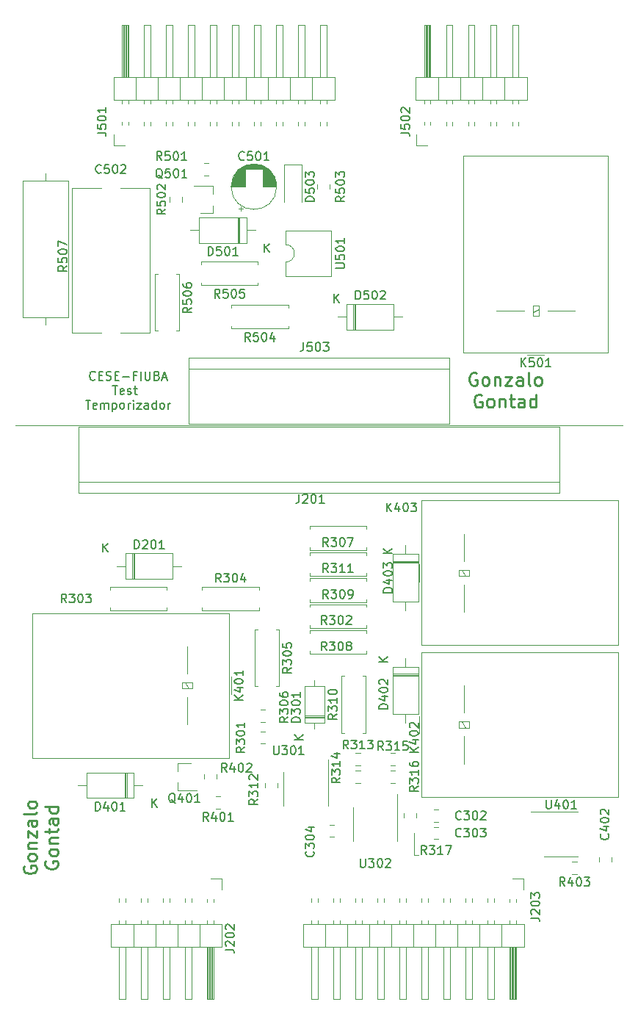
<source format=gto>
G04 #@! TF.GenerationSoftware,KiCad,Pcbnew,(5.1.4)-1*
G04 #@! TF.CreationDate,2020-06-04T10:58:22-03:00*
G04 #@! TF.ProjectId,Mod_Temp_Driver,4d6f645f-5465-46d7-905f-447269766572,rev?*
G04 #@! TF.SameCoordinates,Original*
G04 #@! TF.FileFunction,Legend,Top*
G04 #@! TF.FilePolarity,Positive*
%FSLAX46Y46*%
G04 Gerber Fmt 4.6, Leading zero omitted, Abs format (unit mm)*
G04 Created by KiCad (PCBNEW (5.1.4)-1) date 2020-06-04 10:58:22*
%MOMM*%
%LPD*%
G04 APERTURE LIST*
%ADD10C,0.250000*%
%ADD11C,0.150000*%
%ADD12C,0.120000*%
%ADD13C,0.050000*%
G04 APERTURE END LIST*
D10*
X71000000Y-139821428D02*
X70928571Y-139964285D01*
X70928571Y-140178571D01*
X71000000Y-140392857D01*
X71142857Y-140535714D01*
X71285714Y-140607142D01*
X71571428Y-140678571D01*
X71785714Y-140678571D01*
X72071428Y-140607142D01*
X72214285Y-140535714D01*
X72357142Y-140392857D01*
X72428571Y-140178571D01*
X72428571Y-140035714D01*
X72357142Y-139821428D01*
X72285714Y-139750000D01*
X71785714Y-139750000D01*
X71785714Y-140035714D01*
X72428571Y-138892857D02*
X72357142Y-139035714D01*
X72285714Y-139107142D01*
X72142857Y-139178571D01*
X71714285Y-139178571D01*
X71571428Y-139107142D01*
X71500000Y-139035714D01*
X71428571Y-138892857D01*
X71428571Y-138678571D01*
X71500000Y-138535714D01*
X71571428Y-138464285D01*
X71714285Y-138392857D01*
X72142857Y-138392857D01*
X72285714Y-138464285D01*
X72357142Y-138535714D01*
X72428571Y-138678571D01*
X72428571Y-138892857D01*
X71428571Y-137750000D02*
X72428571Y-137750000D01*
X71571428Y-137750000D02*
X71500000Y-137678571D01*
X71428571Y-137535714D01*
X71428571Y-137321428D01*
X71500000Y-137178571D01*
X71642857Y-137107142D01*
X72428571Y-137107142D01*
X71428571Y-136535714D02*
X71428571Y-135750000D01*
X72428571Y-136535714D01*
X72428571Y-135750000D01*
X72428571Y-134535714D02*
X71642857Y-134535714D01*
X71500000Y-134607142D01*
X71428571Y-134750000D01*
X71428571Y-135035714D01*
X71500000Y-135178571D01*
X72357142Y-134535714D02*
X72428571Y-134678571D01*
X72428571Y-135035714D01*
X72357142Y-135178571D01*
X72214285Y-135250000D01*
X72071428Y-135250000D01*
X71928571Y-135178571D01*
X71857142Y-135035714D01*
X71857142Y-134678571D01*
X71785714Y-134535714D01*
X72428571Y-133607142D02*
X72357142Y-133750000D01*
X72214285Y-133821428D01*
X70928571Y-133821428D01*
X72428571Y-132821428D02*
X72357142Y-132964285D01*
X72285714Y-133035714D01*
X72142857Y-133107142D01*
X71714285Y-133107142D01*
X71571428Y-133035714D01*
X71500000Y-132964285D01*
X71428571Y-132821428D01*
X71428571Y-132607142D01*
X71500000Y-132464285D01*
X71571428Y-132392857D01*
X71714285Y-132321428D01*
X72142857Y-132321428D01*
X72285714Y-132392857D01*
X72357142Y-132464285D01*
X72428571Y-132607142D01*
X72428571Y-132821428D01*
X73500000Y-139250000D02*
X73428571Y-139392857D01*
X73428571Y-139607142D01*
X73500000Y-139821428D01*
X73642857Y-139964285D01*
X73785714Y-140035714D01*
X74071428Y-140107142D01*
X74285714Y-140107142D01*
X74571428Y-140035714D01*
X74714285Y-139964285D01*
X74857142Y-139821428D01*
X74928571Y-139607142D01*
X74928571Y-139464285D01*
X74857142Y-139250000D01*
X74785714Y-139178571D01*
X74285714Y-139178571D01*
X74285714Y-139464285D01*
X74928571Y-138321428D02*
X74857142Y-138464285D01*
X74785714Y-138535714D01*
X74642857Y-138607142D01*
X74214285Y-138607142D01*
X74071428Y-138535714D01*
X74000000Y-138464285D01*
X73928571Y-138321428D01*
X73928571Y-138107142D01*
X74000000Y-137964285D01*
X74071428Y-137892857D01*
X74214285Y-137821428D01*
X74642857Y-137821428D01*
X74785714Y-137892857D01*
X74857142Y-137964285D01*
X74928571Y-138107142D01*
X74928571Y-138321428D01*
X73928571Y-137178571D02*
X74928571Y-137178571D01*
X74071428Y-137178571D02*
X74000000Y-137107142D01*
X73928571Y-136964285D01*
X73928571Y-136750000D01*
X74000000Y-136607142D01*
X74142857Y-136535714D01*
X74928571Y-136535714D01*
X73928571Y-136035714D02*
X73928571Y-135464285D01*
X73428571Y-135821428D02*
X74714285Y-135821428D01*
X74857142Y-135750000D01*
X74928571Y-135607142D01*
X74928571Y-135464285D01*
X74928571Y-134321428D02*
X74142857Y-134321428D01*
X74000000Y-134392857D01*
X73928571Y-134535714D01*
X73928571Y-134821428D01*
X74000000Y-134964285D01*
X74857142Y-134321428D02*
X74928571Y-134464285D01*
X74928571Y-134821428D01*
X74857142Y-134964285D01*
X74714285Y-135035714D01*
X74571428Y-135035714D01*
X74428571Y-134964285D01*
X74357142Y-134821428D01*
X74357142Y-134464285D01*
X74285714Y-134321428D01*
X74928571Y-132964285D02*
X73428571Y-132964285D01*
X74857142Y-132964285D02*
X74928571Y-133107142D01*
X74928571Y-133392857D01*
X74857142Y-133535714D01*
X74785714Y-133607142D01*
X74642857Y-133678571D01*
X74214285Y-133678571D01*
X74071428Y-133607142D01*
X74000000Y-133535714D01*
X73928571Y-133392857D01*
X73928571Y-133107142D01*
X74000000Y-132964285D01*
D11*
X79190476Y-83707142D02*
X79142857Y-83754761D01*
X79000000Y-83802380D01*
X78904761Y-83802380D01*
X78761904Y-83754761D01*
X78666666Y-83659523D01*
X78619047Y-83564285D01*
X78571428Y-83373809D01*
X78571428Y-83230952D01*
X78619047Y-83040476D01*
X78666666Y-82945238D01*
X78761904Y-82850000D01*
X78904761Y-82802380D01*
X79000000Y-82802380D01*
X79142857Y-82850000D01*
X79190476Y-82897619D01*
X79619047Y-83278571D02*
X79952380Y-83278571D01*
X80095238Y-83802380D02*
X79619047Y-83802380D01*
X79619047Y-82802380D01*
X80095238Y-82802380D01*
X80476190Y-83754761D02*
X80619047Y-83802380D01*
X80857142Y-83802380D01*
X80952380Y-83754761D01*
X81000000Y-83707142D01*
X81047619Y-83611904D01*
X81047619Y-83516666D01*
X81000000Y-83421428D01*
X80952380Y-83373809D01*
X80857142Y-83326190D01*
X80666666Y-83278571D01*
X80571428Y-83230952D01*
X80523809Y-83183333D01*
X80476190Y-83088095D01*
X80476190Y-82992857D01*
X80523809Y-82897619D01*
X80571428Y-82850000D01*
X80666666Y-82802380D01*
X80904761Y-82802380D01*
X81047619Y-82850000D01*
X81476190Y-83278571D02*
X81809523Y-83278571D01*
X81952380Y-83802380D02*
X81476190Y-83802380D01*
X81476190Y-82802380D01*
X81952380Y-82802380D01*
X82380952Y-83421428D02*
X83142857Y-83421428D01*
X83952380Y-83278571D02*
X83619047Y-83278571D01*
X83619047Y-83802380D02*
X83619047Y-82802380D01*
X84095238Y-82802380D01*
X84476190Y-83802380D02*
X84476190Y-82802380D01*
X84952380Y-82802380D02*
X84952380Y-83611904D01*
X85000000Y-83707142D01*
X85047619Y-83754761D01*
X85142857Y-83802380D01*
X85333333Y-83802380D01*
X85428571Y-83754761D01*
X85476190Y-83707142D01*
X85523809Y-83611904D01*
X85523809Y-82802380D01*
X86333333Y-83278571D02*
X86476190Y-83326190D01*
X86523809Y-83373809D01*
X86571428Y-83469047D01*
X86571428Y-83611904D01*
X86523809Y-83707142D01*
X86476190Y-83754761D01*
X86380952Y-83802380D01*
X86000000Y-83802380D01*
X86000000Y-82802380D01*
X86333333Y-82802380D01*
X86428571Y-82850000D01*
X86476190Y-82897619D01*
X86523809Y-82992857D01*
X86523809Y-83088095D01*
X86476190Y-83183333D01*
X86428571Y-83230952D01*
X86333333Y-83278571D01*
X86000000Y-83278571D01*
X86952380Y-83516666D02*
X87428571Y-83516666D01*
X86857142Y-83802380D02*
X87190476Y-82802380D01*
X87523809Y-83802380D01*
X81214285Y-84452380D02*
X81785714Y-84452380D01*
X81500000Y-85452380D02*
X81500000Y-84452380D01*
X82500000Y-85404761D02*
X82404761Y-85452380D01*
X82214285Y-85452380D01*
X82119047Y-85404761D01*
X82071428Y-85309523D01*
X82071428Y-84928571D01*
X82119047Y-84833333D01*
X82214285Y-84785714D01*
X82404761Y-84785714D01*
X82500000Y-84833333D01*
X82547619Y-84928571D01*
X82547619Y-85023809D01*
X82071428Y-85119047D01*
X82928571Y-85404761D02*
X83023809Y-85452380D01*
X83214285Y-85452380D01*
X83309523Y-85404761D01*
X83357142Y-85309523D01*
X83357142Y-85261904D01*
X83309523Y-85166666D01*
X83214285Y-85119047D01*
X83071428Y-85119047D01*
X82976190Y-85071428D01*
X82928571Y-84976190D01*
X82928571Y-84928571D01*
X82976190Y-84833333D01*
X83071428Y-84785714D01*
X83214285Y-84785714D01*
X83309523Y-84833333D01*
X83642857Y-84785714D02*
X84023809Y-84785714D01*
X83785714Y-84452380D02*
X83785714Y-85309523D01*
X83833333Y-85404761D01*
X83928571Y-85452380D01*
X84023809Y-85452380D01*
X78095238Y-86102380D02*
X78666666Y-86102380D01*
X78380952Y-87102380D02*
X78380952Y-86102380D01*
X79380952Y-87054761D02*
X79285714Y-87102380D01*
X79095238Y-87102380D01*
X79000000Y-87054761D01*
X78952380Y-86959523D01*
X78952380Y-86578571D01*
X79000000Y-86483333D01*
X79095238Y-86435714D01*
X79285714Y-86435714D01*
X79380952Y-86483333D01*
X79428571Y-86578571D01*
X79428571Y-86673809D01*
X78952380Y-86769047D01*
X79857142Y-87102380D02*
X79857142Y-86435714D01*
X79857142Y-86530952D02*
X79904761Y-86483333D01*
X80000000Y-86435714D01*
X80142857Y-86435714D01*
X80238095Y-86483333D01*
X80285714Y-86578571D01*
X80285714Y-87102380D01*
X80285714Y-86578571D02*
X80333333Y-86483333D01*
X80428571Y-86435714D01*
X80571428Y-86435714D01*
X80666666Y-86483333D01*
X80714285Y-86578571D01*
X80714285Y-87102380D01*
X81190476Y-86435714D02*
X81190476Y-87435714D01*
X81190476Y-86483333D02*
X81285714Y-86435714D01*
X81476190Y-86435714D01*
X81571428Y-86483333D01*
X81619047Y-86530952D01*
X81666666Y-86626190D01*
X81666666Y-86911904D01*
X81619047Y-87007142D01*
X81571428Y-87054761D01*
X81476190Y-87102380D01*
X81285714Y-87102380D01*
X81190476Y-87054761D01*
X82238095Y-87102380D02*
X82142857Y-87054761D01*
X82095238Y-87007142D01*
X82047619Y-86911904D01*
X82047619Y-86626190D01*
X82095238Y-86530952D01*
X82142857Y-86483333D01*
X82238095Y-86435714D01*
X82380952Y-86435714D01*
X82476190Y-86483333D01*
X82523809Y-86530952D01*
X82571428Y-86626190D01*
X82571428Y-86911904D01*
X82523809Y-87007142D01*
X82476190Y-87054761D01*
X82380952Y-87102380D01*
X82238095Y-87102380D01*
X83000000Y-87102380D02*
X83000000Y-86435714D01*
X83000000Y-86626190D02*
X83047619Y-86530952D01*
X83095238Y-86483333D01*
X83190476Y-86435714D01*
X83285714Y-86435714D01*
X83619047Y-87102380D02*
X83619047Y-86435714D01*
X83619047Y-86102380D02*
X83571428Y-86150000D01*
X83619047Y-86197619D01*
X83666666Y-86150000D01*
X83619047Y-86102380D01*
X83619047Y-86197619D01*
X84000000Y-86435714D02*
X84523809Y-86435714D01*
X84000000Y-87102380D01*
X84523809Y-87102380D01*
X85333333Y-87102380D02*
X85333333Y-86578571D01*
X85285714Y-86483333D01*
X85190476Y-86435714D01*
X85000000Y-86435714D01*
X84904761Y-86483333D01*
X85333333Y-87054761D02*
X85238095Y-87102380D01*
X85000000Y-87102380D01*
X84904761Y-87054761D01*
X84857142Y-86959523D01*
X84857142Y-86864285D01*
X84904761Y-86769047D01*
X85000000Y-86721428D01*
X85238095Y-86721428D01*
X85333333Y-86673809D01*
X86238095Y-87102380D02*
X86238095Y-86102380D01*
X86238095Y-87054761D02*
X86142857Y-87102380D01*
X85952380Y-87102380D01*
X85857142Y-87054761D01*
X85809523Y-87007142D01*
X85761904Y-86911904D01*
X85761904Y-86626190D01*
X85809523Y-86530952D01*
X85857142Y-86483333D01*
X85952380Y-86435714D01*
X86142857Y-86435714D01*
X86238095Y-86483333D01*
X86857142Y-87102380D02*
X86761904Y-87054761D01*
X86714285Y-87007142D01*
X86666666Y-86911904D01*
X86666666Y-86626190D01*
X86714285Y-86530952D01*
X86761904Y-86483333D01*
X86857142Y-86435714D01*
X87000000Y-86435714D01*
X87095238Y-86483333D01*
X87142857Y-86530952D01*
X87190476Y-86626190D01*
X87190476Y-86911904D01*
X87142857Y-87007142D01*
X87095238Y-87054761D01*
X87000000Y-87102380D01*
X86857142Y-87102380D01*
X87619047Y-87102380D02*
X87619047Y-86435714D01*
X87619047Y-86626190D02*
X87666666Y-86530952D01*
X87714285Y-86483333D01*
X87809523Y-86435714D01*
X87904761Y-86435714D01*
D10*
X123178571Y-83000000D02*
X123035714Y-82928571D01*
X122821428Y-82928571D01*
X122607142Y-83000000D01*
X122464285Y-83142857D01*
X122392857Y-83285714D01*
X122321428Y-83571428D01*
X122321428Y-83785714D01*
X122392857Y-84071428D01*
X122464285Y-84214285D01*
X122607142Y-84357142D01*
X122821428Y-84428571D01*
X122964285Y-84428571D01*
X123178571Y-84357142D01*
X123250000Y-84285714D01*
X123250000Y-83785714D01*
X122964285Y-83785714D01*
X124107142Y-84428571D02*
X123964285Y-84357142D01*
X123892857Y-84285714D01*
X123821428Y-84142857D01*
X123821428Y-83714285D01*
X123892857Y-83571428D01*
X123964285Y-83500000D01*
X124107142Y-83428571D01*
X124321428Y-83428571D01*
X124464285Y-83500000D01*
X124535714Y-83571428D01*
X124607142Y-83714285D01*
X124607142Y-84142857D01*
X124535714Y-84285714D01*
X124464285Y-84357142D01*
X124321428Y-84428571D01*
X124107142Y-84428571D01*
X125250000Y-83428571D02*
X125250000Y-84428571D01*
X125250000Y-83571428D02*
X125321428Y-83500000D01*
X125464285Y-83428571D01*
X125678571Y-83428571D01*
X125821428Y-83500000D01*
X125892857Y-83642857D01*
X125892857Y-84428571D01*
X126464285Y-83428571D02*
X127250000Y-83428571D01*
X126464285Y-84428571D01*
X127250000Y-84428571D01*
X128464285Y-84428571D02*
X128464285Y-83642857D01*
X128392857Y-83500000D01*
X128250000Y-83428571D01*
X127964285Y-83428571D01*
X127821428Y-83500000D01*
X128464285Y-84357142D02*
X128321428Y-84428571D01*
X127964285Y-84428571D01*
X127821428Y-84357142D01*
X127750000Y-84214285D01*
X127750000Y-84071428D01*
X127821428Y-83928571D01*
X127964285Y-83857142D01*
X128321428Y-83857142D01*
X128464285Y-83785714D01*
X129392857Y-84428571D02*
X129250000Y-84357142D01*
X129178571Y-84214285D01*
X129178571Y-82928571D01*
X130178571Y-84428571D02*
X130035714Y-84357142D01*
X129964285Y-84285714D01*
X129892857Y-84142857D01*
X129892857Y-83714285D01*
X129964285Y-83571428D01*
X130035714Y-83500000D01*
X130178571Y-83428571D01*
X130392857Y-83428571D01*
X130535714Y-83500000D01*
X130607142Y-83571428D01*
X130678571Y-83714285D01*
X130678571Y-84142857D01*
X130607142Y-84285714D01*
X130535714Y-84357142D01*
X130392857Y-84428571D01*
X130178571Y-84428571D01*
X123750000Y-85500000D02*
X123607142Y-85428571D01*
X123392857Y-85428571D01*
X123178571Y-85500000D01*
X123035714Y-85642857D01*
X122964285Y-85785714D01*
X122892857Y-86071428D01*
X122892857Y-86285714D01*
X122964285Y-86571428D01*
X123035714Y-86714285D01*
X123178571Y-86857142D01*
X123392857Y-86928571D01*
X123535714Y-86928571D01*
X123750000Y-86857142D01*
X123821428Y-86785714D01*
X123821428Y-86285714D01*
X123535714Y-86285714D01*
X124678571Y-86928571D02*
X124535714Y-86857142D01*
X124464285Y-86785714D01*
X124392857Y-86642857D01*
X124392857Y-86214285D01*
X124464285Y-86071428D01*
X124535714Y-86000000D01*
X124678571Y-85928571D01*
X124892857Y-85928571D01*
X125035714Y-86000000D01*
X125107142Y-86071428D01*
X125178571Y-86214285D01*
X125178571Y-86642857D01*
X125107142Y-86785714D01*
X125035714Y-86857142D01*
X124892857Y-86928571D01*
X124678571Y-86928571D01*
X125821428Y-85928571D02*
X125821428Y-86928571D01*
X125821428Y-86071428D02*
X125892857Y-86000000D01*
X126035714Y-85928571D01*
X126250000Y-85928571D01*
X126392857Y-86000000D01*
X126464285Y-86142857D01*
X126464285Y-86928571D01*
X126964285Y-85928571D02*
X127535714Y-85928571D01*
X127178571Y-85428571D02*
X127178571Y-86714285D01*
X127250000Y-86857142D01*
X127392857Y-86928571D01*
X127535714Y-86928571D01*
X128678571Y-86928571D02*
X128678571Y-86142857D01*
X128607142Y-86000000D01*
X128464285Y-85928571D01*
X128178571Y-85928571D01*
X128035714Y-86000000D01*
X128678571Y-86857142D02*
X128535714Y-86928571D01*
X128178571Y-86928571D01*
X128035714Y-86857142D01*
X127964285Y-86714285D01*
X127964285Y-86571428D01*
X128035714Y-86428571D01*
X128178571Y-86357142D01*
X128535714Y-86357142D01*
X128678571Y-86285714D01*
X130035714Y-86928571D02*
X130035714Y-85428571D01*
X130035714Y-86857142D02*
X129892857Y-86928571D01*
X129607142Y-86928571D01*
X129464285Y-86857142D01*
X129392857Y-86785714D01*
X129321428Y-86642857D01*
X129321428Y-86214285D01*
X129392857Y-86071428D01*
X129464285Y-86000000D01*
X129607142Y-85928571D01*
X129892857Y-85928571D01*
X130035714Y-86000000D01*
D12*
X116000000Y-138500000D02*
X116500000Y-138500000D01*
X116000000Y-136000000D02*
X116000000Y-138500000D01*
D13*
X140000000Y-89000000D02*
X70000000Y-89000000D01*
D12*
X95860000Y-67970000D02*
X95860000Y-65030000D01*
X95620000Y-67970000D02*
X95620000Y-65030000D01*
X95740000Y-67970000D02*
X95740000Y-65030000D01*
X90180000Y-66500000D02*
X91200000Y-66500000D01*
X97660000Y-66500000D02*
X96640000Y-66500000D01*
X91200000Y-67970000D02*
X96640000Y-67970000D01*
X91200000Y-65030000D02*
X91200000Y-67970000D01*
X96640000Y-65030000D02*
X91200000Y-65030000D01*
X96640000Y-67970000D02*
X96640000Y-65030000D01*
X116470000Y-104640000D02*
X113530000Y-104640000D01*
X116470000Y-104880000D02*
X113530000Y-104880000D01*
X116470000Y-104760000D02*
X113530000Y-104760000D01*
X115000000Y-110320000D02*
X115000000Y-109300000D01*
X115000000Y-102840000D02*
X115000000Y-103860000D01*
X116470000Y-109300000D02*
X116470000Y-103860000D01*
X113530000Y-109300000D02*
X116470000Y-109300000D01*
X113530000Y-103860000D02*
X113530000Y-109300000D01*
X116470000Y-103860000D02*
X113530000Y-103860000D01*
X116470000Y-117640000D02*
X113530000Y-117640000D01*
X116470000Y-117880000D02*
X113530000Y-117880000D01*
X116470000Y-117760000D02*
X113530000Y-117760000D01*
X115000000Y-123320000D02*
X115000000Y-122300000D01*
X115000000Y-115840000D02*
X115000000Y-116860000D01*
X116470000Y-122300000D02*
X116470000Y-116860000D01*
X113530000Y-122300000D02*
X116470000Y-122300000D01*
X113530000Y-116860000D02*
X113530000Y-122300000D01*
X116470000Y-116860000D02*
X113530000Y-116860000D01*
X82860000Y-131970000D02*
X82860000Y-129030000D01*
X82620000Y-131970000D02*
X82620000Y-129030000D01*
X82740000Y-131970000D02*
X82740000Y-129030000D01*
X77180000Y-130500000D02*
X78200000Y-130500000D01*
X84660000Y-130500000D02*
X83640000Y-130500000D01*
X78200000Y-131970000D02*
X83640000Y-131970000D01*
X78200000Y-129030000D02*
X78200000Y-131970000D01*
X83640000Y-129030000D02*
X78200000Y-129030000D01*
X83640000Y-131970000D02*
X83640000Y-129030000D01*
X98761252Y-121790000D02*
X98238748Y-121790000D01*
X98761252Y-123210000D02*
X98238748Y-123210000D01*
X98761252Y-124290000D02*
X98238748Y-124290000D01*
X98761252Y-125710000D02*
X98238748Y-125710000D01*
X103920000Y-103630000D02*
X103920000Y-103960000D01*
X110460000Y-103630000D02*
X103920000Y-103630000D01*
X110460000Y-103960000D02*
X110460000Y-103630000D01*
X103920000Y-106370000D02*
X103920000Y-106040000D01*
X110460000Y-106370000D02*
X103920000Y-106370000D01*
X110460000Y-106040000D02*
X110460000Y-106370000D01*
X103920000Y-106630000D02*
X103920000Y-106960000D01*
X110460000Y-106630000D02*
X103920000Y-106630000D01*
X110460000Y-106960000D02*
X110460000Y-106630000D01*
X103920000Y-109370000D02*
X103920000Y-109040000D01*
X110460000Y-109370000D02*
X103920000Y-109370000D01*
X110460000Y-109040000D02*
X110460000Y-109370000D01*
X103920000Y-112630000D02*
X103920000Y-112960000D01*
X110460000Y-112630000D02*
X103920000Y-112630000D01*
X110460000Y-112960000D02*
X110460000Y-112630000D01*
X103920000Y-115370000D02*
X103920000Y-115040000D01*
X110460000Y-115370000D02*
X103920000Y-115370000D01*
X110460000Y-115040000D02*
X110460000Y-115370000D01*
X103920000Y-100630000D02*
X103920000Y-100960000D01*
X110460000Y-100630000D02*
X103920000Y-100630000D01*
X110460000Y-100960000D02*
X110460000Y-100630000D01*
X103920000Y-103370000D02*
X103920000Y-103040000D01*
X110460000Y-103370000D02*
X103920000Y-103370000D01*
X110460000Y-103040000D02*
X110460000Y-103370000D01*
X103920000Y-109630000D02*
X103920000Y-109960000D01*
X110460000Y-109630000D02*
X103920000Y-109630000D01*
X110460000Y-109960000D02*
X110460000Y-109630000D01*
X103920000Y-112370000D02*
X103920000Y-112040000D01*
X110460000Y-112370000D02*
X103920000Y-112370000D01*
X110460000Y-112040000D02*
X110460000Y-112370000D01*
X101000000Y-58950000D02*
X101000000Y-63250000D01*
X103000000Y-58950000D02*
X101000000Y-58950000D01*
X103000000Y-63250000D02*
X103000000Y-58950000D01*
X86130000Y-78080000D02*
X86460000Y-78080000D01*
X86130000Y-71540000D02*
X86130000Y-78080000D01*
X86460000Y-71540000D02*
X86130000Y-71540000D01*
X88870000Y-78080000D02*
X88540000Y-78080000D01*
X88870000Y-71540000D02*
X88870000Y-78080000D01*
X88540000Y-71540000D02*
X88870000Y-71540000D01*
X91420000Y-70130000D02*
X91420000Y-70460000D01*
X97960000Y-70130000D02*
X91420000Y-70130000D01*
X97960000Y-70460000D02*
X97960000Y-70130000D01*
X91420000Y-72870000D02*
X91420000Y-72540000D01*
X97960000Y-72870000D02*
X91420000Y-72870000D01*
X97960000Y-72540000D02*
X97960000Y-72870000D01*
X94920000Y-75130000D02*
X94920000Y-75460000D01*
X101460000Y-75130000D02*
X94920000Y-75130000D01*
X101460000Y-75460000D02*
X101460000Y-75130000D01*
X94920000Y-77870000D02*
X94920000Y-77540000D01*
X101460000Y-77870000D02*
X94920000Y-77870000D01*
X101460000Y-77540000D02*
X101460000Y-77870000D01*
X110370000Y-117920000D02*
X110040000Y-117920000D01*
X110370000Y-124460000D02*
X110370000Y-117920000D01*
X110040000Y-124460000D02*
X110370000Y-124460000D01*
X107630000Y-117920000D02*
X107960000Y-117920000D01*
X107630000Y-124460000D02*
X107630000Y-117920000D01*
X107960000Y-124460000D02*
X107630000Y-124460000D01*
X97630000Y-119080000D02*
X97960000Y-119080000D01*
X97630000Y-112540000D02*
X97630000Y-119080000D01*
X97960000Y-112540000D02*
X97630000Y-112540000D01*
X100370000Y-119080000D02*
X100040000Y-119080000D01*
X100370000Y-112540000D02*
X100370000Y-119080000D01*
X100040000Y-112540000D02*
X100370000Y-112540000D01*
X98080000Y-110370000D02*
X98080000Y-110040000D01*
X91540000Y-110370000D02*
X98080000Y-110370000D01*
X91540000Y-110040000D02*
X91540000Y-110370000D01*
X98080000Y-107630000D02*
X98080000Y-107960000D01*
X91540000Y-107630000D02*
X98080000Y-107630000D01*
X91540000Y-107960000D02*
X91540000Y-107630000D01*
X87460000Y-110370000D02*
X87460000Y-110040000D01*
X80920000Y-110370000D02*
X87460000Y-110370000D01*
X80920000Y-110040000D02*
X80920000Y-110370000D01*
X87460000Y-107630000D02*
X87460000Y-107960000D01*
X80920000Y-107630000D02*
X87460000Y-107630000D01*
X80920000Y-107960000D02*
X80920000Y-107630000D01*
X101170000Y-66540000D02*
X101170000Y-68190000D01*
X106370000Y-66540000D02*
X101170000Y-66540000D01*
X106370000Y-71840000D02*
X106370000Y-66540000D01*
X101170000Y-71840000D02*
X106370000Y-71840000D01*
X101170000Y-70190000D02*
X101170000Y-71840000D01*
X101170000Y-68190000D02*
G75*
G02X101170000Y-70190000I0J-1000000D01*
G01*
X132925000Y-133575000D02*
X129475000Y-133575000D01*
X132925000Y-133575000D02*
X134875000Y-133575000D01*
X132925000Y-138695000D02*
X130975000Y-138695000D01*
X132925000Y-138695000D02*
X134875000Y-138695000D01*
X114060000Y-135000000D02*
X114060000Y-131550000D01*
X114060000Y-135000000D02*
X114060000Y-136950000D01*
X108940000Y-135000000D02*
X108940000Y-133050000D01*
X108940000Y-135000000D02*
X108940000Y-136950000D01*
X106060000Y-130950000D02*
X106060000Y-127500000D01*
X106060000Y-130950000D02*
X106060000Y-132900000D01*
X100940000Y-130950000D02*
X100940000Y-129000000D01*
X100940000Y-130950000D02*
X100940000Y-132900000D01*
X73500000Y-77380000D02*
X73500000Y-76530000D01*
X73500000Y-59940000D02*
X73500000Y-60790000D01*
X76120000Y-76530000D02*
X76120000Y-60790000D01*
X70880000Y-76530000D02*
X76120000Y-76530000D01*
X70880000Y-60790000D02*
X70880000Y-76530000D01*
X76120000Y-60790000D02*
X70880000Y-60790000D01*
X106210000Y-61736252D02*
X106210000Y-61213748D01*
X104790000Y-61736252D02*
X104790000Y-61213748D01*
X89210000Y-63236252D02*
X89210000Y-62713748D01*
X87790000Y-63236252D02*
X87790000Y-62713748D01*
X92261252Y-58790000D02*
X91738748Y-58790000D01*
X92261252Y-60210000D02*
X91738748Y-60210000D01*
X134736252Y-139290000D02*
X134213748Y-139290000D01*
X134736252Y-140710000D02*
X134213748Y-140710000D01*
X91790000Y-129213748D02*
X91790000Y-129736252D01*
X93210000Y-129213748D02*
X93210000Y-129736252D01*
X93636252Y-131790000D02*
X93113748Y-131790000D01*
X93636252Y-133210000D02*
X93113748Y-133210000D01*
X116210000Y-134261252D02*
X116210000Y-133738748D01*
X114790000Y-134261252D02*
X114790000Y-133738748D01*
X113786252Y-128790000D02*
X113263748Y-128790000D01*
X113786252Y-130210000D02*
X113263748Y-130210000D01*
X113786252Y-126790000D02*
X113263748Y-126790000D01*
X113786252Y-128210000D02*
X113263748Y-128210000D01*
X109238748Y-130210000D02*
X109761252Y-130210000D01*
X109238748Y-128790000D02*
X109761252Y-128790000D01*
X109238748Y-128210000D02*
X109761252Y-128210000D01*
X109238748Y-126790000D02*
X109761252Y-126790000D01*
X100210000Y-130786252D02*
X100210000Y-130263748D01*
X98790000Y-130786252D02*
X98790000Y-130263748D01*
X92760000Y-64580000D02*
X91300000Y-64580000D01*
X92760000Y-61420000D02*
X90600000Y-61420000D01*
X92760000Y-61420000D02*
X92760000Y-62350000D01*
X92760000Y-64580000D02*
X92760000Y-63650000D01*
X88740000Y-127920000D02*
X90200000Y-127920000D01*
X88740000Y-131080000D02*
X90900000Y-131080000D01*
X88740000Y-131080000D02*
X88740000Y-130150000D01*
X88740000Y-127920000D02*
X88740000Y-128850000D01*
X128650000Y-75800000D02*
X125500000Y-75800000D01*
X134500000Y-75800000D02*
X131350000Y-75800000D01*
X131000000Y-80910000D02*
X129000000Y-80910000D01*
X130350000Y-75200000D02*
X129650000Y-75200000D01*
X130350000Y-76400000D02*
X130350000Y-75200000D01*
X129650000Y-76400000D02*
X130350000Y-76400000D01*
X129650000Y-75200000D02*
X129650000Y-76400000D01*
X130350000Y-75600000D02*
X129650000Y-76000000D01*
X138350000Y-57950000D02*
X121650000Y-57950000D01*
X138350000Y-80650000D02*
X138350000Y-57950000D01*
X121650000Y-80650000D02*
X138350000Y-80650000D01*
X121650000Y-57950000D02*
X121650000Y-80650000D01*
X121700000Y-104650000D02*
X121700000Y-101500000D01*
X121700000Y-110500000D02*
X121700000Y-107350000D01*
X116590000Y-107000000D02*
X116590000Y-105000000D01*
X122300000Y-106350000D02*
X122300000Y-105650000D01*
X121100000Y-106350000D02*
X122300000Y-106350000D01*
X121100000Y-105650000D02*
X121100000Y-106350000D01*
X122300000Y-105650000D02*
X121100000Y-105650000D01*
X121900000Y-106350000D02*
X121500000Y-105650000D01*
X139550000Y-114350000D02*
X139550000Y-97650000D01*
X116850000Y-114350000D02*
X139550000Y-114350000D01*
X116850000Y-97650000D02*
X116850000Y-114350000D01*
X139550000Y-97650000D02*
X116850000Y-97650000D01*
X121700000Y-122150000D02*
X121700000Y-119000000D01*
X121700000Y-128000000D02*
X121700000Y-124850000D01*
X116590000Y-124500000D02*
X116590000Y-122500000D01*
X122300000Y-123850000D02*
X122300000Y-123150000D01*
X121100000Y-123850000D02*
X122300000Y-123850000D01*
X121100000Y-123150000D02*
X121100000Y-123850000D01*
X122300000Y-123150000D02*
X121100000Y-123150000D01*
X121900000Y-123850000D02*
X121500000Y-123150000D01*
X139550000Y-131850000D02*
X139550000Y-115150000D01*
X116850000Y-131850000D02*
X139550000Y-131850000D01*
X116850000Y-115150000D02*
X116850000Y-131850000D01*
X139550000Y-115150000D02*
X116850000Y-115150000D01*
X89800000Y-120350000D02*
X89800000Y-123500000D01*
X89800000Y-114500000D02*
X89800000Y-117650000D01*
X94910000Y-118000000D02*
X94910000Y-120000000D01*
X89200000Y-118650000D02*
X89200000Y-119350000D01*
X90400000Y-118650000D02*
X89200000Y-118650000D01*
X90400000Y-119350000D02*
X90400000Y-118650000D01*
X89200000Y-119350000D02*
X90400000Y-119350000D01*
X89600000Y-118650000D02*
X90000000Y-119350000D01*
X71950000Y-110650000D02*
X71950000Y-127350000D01*
X94650000Y-110650000D02*
X71950000Y-110650000D01*
X94650000Y-127350000D02*
X94650000Y-110650000D01*
X71950000Y-127350000D02*
X94650000Y-127350000D01*
X120040000Y-88810000D02*
X120040000Y-81190000D01*
X89960000Y-81190000D02*
X89960000Y-88810000D01*
X120040000Y-82460000D02*
X89960000Y-82460000D01*
X120040000Y-88810000D02*
X89960000Y-88810000D01*
X120040000Y-81190000D02*
X89960000Y-81190000D01*
X116230000Y-56770000D02*
X116230000Y-55500000D01*
X117500000Y-56770000D02*
X116230000Y-56770000D01*
X128040000Y-54457071D02*
X128040000Y-54002929D01*
X127280000Y-54457071D02*
X127280000Y-54002929D01*
X128040000Y-51917071D02*
X128040000Y-51520000D01*
X127280000Y-51917071D02*
X127280000Y-51520000D01*
X128040000Y-42860000D02*
X128040000Y-48860000D01*
X127280000Y-42860000D02*
X128040000Y-42860000D01*
X127280000Y-48860000D02*
X127280000Y-42860000D01*
X126390000Y-51520000D02*
X126390000Y-48860000D01*
X125500000Y-54457071D02*
X125500000Y-54002929D01*
X124740000Y-54457071D02*
X124740000Y-54002929D01*
X125500000Y-51917071D02*
X125500000Y-51520000D01*
X124740000Y-51917071D02*
X124740000Y-51520000D01*
X125500000Y-42860000D02*
X125500000Y-48860000D01*
X124740000Y-42860000D02*
X125500000Y-42860000D01*
X124740000Y-48860000D02*
X124740000Y-42860000D01*
X123850000Y-51520000D02*
X123850000Y-48860000D01*
X122960000Y-54457071D02*
X122960000Y-54002929D01*
X122200000Y-54457071D02*
X122200000Y-54002929D01*
X122960000Y-51917071D02*
X122960000Y-51520000D01*
X122200000Y-51917071D02*
X122200000Y-51520000D01*
X122960000Y-42860000D02*
X122960000Y-48860000D01*
X122200000Y-42860000D02*
X122960000Y-42860000D01*
X122200000Y-48860000D02*
X122200000Y-42860000D01*
X121310000Y-51520000D02*
X121310000Y-48860000D01*
X120420000Y-54457071D02*
X120420000Y-54002929D01*
X119660000Y-54457071D02*
X119660000Y-54002929D01*
X120420000Y-51917071D02*
X120420000Y-51520000D01*
X119660000Y-51917071D02*
X119660000Y-51520000D01*
X120420000Y-42860000D02*
X120420000Y-48860000D01*
X119660000Y-42860000D02*
X120420000Y-42860000D01*
X119660000Y-48860000D02*
X119660000Y-42860000D01*
X118770000Y-51520000D02*
X118770000Y-48860000D01*
X117880000Y-54390000D02*
X117880000Y-54002929D01*
X117120000Y-54390000D02*
X117120000Y-54002929D01*
X117880000Y-51917071D02*
X117880000Y-51520000D01*
X117120000Y-51917071D02*
X117120000Y-51520000D01*
X117780000Y-48860000D02*
X117780000Y-42860000D01*
X117660000Y-48860000D02*
X117660000Y-42860000D01*
X117540000Y-48860000D02*
X117540000Y-42860000D01*
X117420000Y-48860000D02*
X117420000Y-42860000D01*
X117300000Y-48860000D02*
X117300000Y-42860000D01*
X117180000Y-48860000D02*
X117180000Y-42860000D01*
X117880000Y-42860000D02*
X117880000Y-48860000D01*
X117120000Y-42860000D02*
X117880000Y-42860000D01*
X117120000Y-48860000D02*
X117120000Y-42860000D01*
X116170000Y-48860000D02*
X116170000Y-51520000D01*
X128990000Y-48860000D02*
X116170000Y-48860000D01*
X128990000Y-51520000D02*
X128990000Y-48860000D01*
X116170000Y-51520000D02*
X128990000Y-51520000D01*
X81370000Y-56770000D02*
X81370000Y-55500000D01*
X82640000Y-56770000D02*
X81370000Y-56770000D01*
X105880000Y-54457071D02*
X105880000Y-54002929D01*
X105120000Y-54457071D02*
X105120000Y-54002929D01*
X105880000Y-51917071D02*
X105880000Y-51520000D01*
X105120000Y-51917071D02*
X105120000Y-51520000D01*
X105880000Y-42860000D02*
X105880000Y-48860000D01*
X105120000Y-42860000D02*
X105880000Y-42860000D01*
X105120000Y-48860000D02*
X105120000Y-42860000D01*
X104230000Y-51520000D02*
X104230000Y-48860000D01*
X103340000Y-54457071D02*
X103340000Y-54002929D01*
X102580000Y-54457071D02*
X102580000Y-54002929D01*
X103340000Y-51917071D02*
X103340000Y-51520000D01*
X102580000Y-51917071D02*
X102580000Y-51520000D01*
X103340000Y-42860000D02*
X103340000Y-48860000D01*
X102580000Y-42860000D02*
X103340000Y-42860000D01*
X102580000Y-48860000D02*
X102580000Y-42860000D01*
X101690000Y-51520000D02*
X101690000Y-48860000D01*
X100800000Y-54457071D02*
X100800000Y-54002929D01*
X100040000Y-54457071D02*
X100040000Y-54002929D01*
X100800000Y-51917071D02*
X100800000Y-51520000D01*
X100040000Y-51917071D02*
X100040000Y-51520000D01*
X100800000Y-42860000D02*
X100800000Y-48860000D01*
X100040000Y-42860000D02*
X100800000Y-42860000D01*
X100040000Y-48860000D02*
X100040000Y-42860000D01*
X99150000Y-51520000D02*
X99150000Y-48860000D01*
X98260000Y-54457071D02*
X98260000Y-54002929D01*
X97500000Y-54457071D02*
X97500000Y-54002929D01*
X98260000Y-51917071D02*
X98260000Y-51520000D01*
X97500000Y-51917071D02*
X97500000Y-51520000D01*
X98260000Y-42860000D02*
X98260000Y-48860000D01*
X97500000Y-42860000D02*
X98260000Y-42860000D01*
X97500000Y-48860000D02*
X97500000Y-42860000D01*
X96610000Y-51520000D02*
X96610000Y-48860000D01*
X95720000Y-54457071D02*
X95720000Y-54002929D01*
X94960000Y-54457071D02*
X94960000Y-54002929D01*
X95720000Y-51917071D02*
X95720000Y-51520000D01*
X94960000Y-51917071D02*
X94960000Y-51520000D01*
X95720000Y-42860000D02*
X95720000Y-48860000D01*
X94960000Y-42860000D02*
X95720000Y-42860000D01*
X94960000Y-48860000D02*
X94960000Y-42860000D01*
X94070000Y-51520000D02*
X94070000Y-48860000D01*
X93180000Y-54457071D02*
X93180000Y-54002929D01*
X92420000Y-54457071D02*
X92420000Y-54002929D01*
X93180000Y-51917071D02*
X93180000Y-51520000D01*
X92420000Y-51917071D02*
X92420000Y-51520000D01*
X93180000Y-42860000D02*
X93180000Y-48860000D01*
X92420000Y-42860000D02*
X93180000Y-42860000D01*
X92420000Y-48860000D02*
X92420000Y-42860000D01*
X91530000Y-51520000D02*
X91530000Y-48860000D01*
X90640000Y-54457071D02*
X90640000Y-54002929D01*
X89880000Y-54457071D02*
X89880000Y-54002929D01*
X90640000Y-51917071D02*
X90640000Y-51520000D01*
X89880000Y-51917071D02*
X89880000Y-51520000D01*
X90640000Y-42860000D02*
X90640000Y-48860000D01*
X89880000Y-42860000D02*
X90640000Y-42860000D01*
X89880000Y-48860000D02*
X89880000Y-42860000D01*
X88990000Y-51520000D02*
X88990000Y-48860000D01*
X88100000Y-54457071D02*
X88100000Y-54002929D01*
X87340000Y-54457071D02*
X87340000Y-54002929D01*
X88100000Y-51917071D02*
X88100000Y-51520000D01*
X87340000Y-51917071D02*
X87340000Y-51520000D01*
X88100000Y-42860000D02*
X88100000Y-48860000D01*
X87340000Y-42860000D02*
X88100000Y-42860000D01*
X87340000Y-48860000D02*
X87340000Y-42860000D01*
X86450000Y-51520000D02*
X86450000Y-48860000D01*
X85560000Y-54457071D02*
X85560000Y-54002929D01*
X84800000Y-54457071D02*
X84800000Y-54002929D01*
X85560000Y-51917071D02*
X85560000Y-51520000D01*
X84800000Y-51917071D02*
X84800000Y-51520000D01*
X85560000Y-42860000D02*
X85560000Y-48860000D01*
X84800000Y-42860000D02*
X85560000Y-42860000D01*
X84800000Y-48860000D02*
X84800000Y-42860000D01*
X83910000Y-51520000D02*
X83910000Y-48860000D01*
X83020000Y-54390000D02*
X83020000Y-54002929D01*
X82260000Y-54390000D02*
X82260000Y-54002929D01*
X83020000Y-51917071D02*
X83020000Y-51520000D01*
X82260000Y-51917071D02*
X82260000Y-51520000D01*
X82920000Y-48860000D02*
X82920000Y-42860000D01*
X82800000Y-48860000D02*
X82800000Y-42860000D01*
X82680000Y-48860000D02*
X82680000Y-42860000D01*
X82560000Y-48860000D02*
X82560000Y-42860000D01*
X82440000Y-48860000D02*
X82440000Y-42860000D01*
X82320000Y-48860000D02*
X82320000Y-42860000D01*
X83020000Y-42860000D02*
X83020000Y-48860000D01*
X82260000Y-42860000D02*
X83020000Y-42860000D01*
X82260000Y-48860000D02*
X82260000Y-42860000D01*
X81310000Y-48860000D02*
X81310000Y-51520000D01*
X106830000Y-48860000D02*
X81310000Y-48860000D01*
X106830000Y-51520000D02*
X106830000Y-48860000D01*
X81310000Y-51520000D02*
X106830000Y-51520000D01*
X128630000Y-141230000D02*
X128630000Y-142500000D01*
X127360000Y-141230000D02*
X128630000Y-141230000D01*
X104120000Y-143542929D02*
X104120000Y-143997071D01*
X104880000Y-143542929D02*
X104880000Y-143997071D01*
X104120000Y-146082929D02*
X104120000Y-146480000D01*
X104880000Y-146082929D02*
X104880000Y-146480000D01*
X104120000Y-155140000D02*
X104120000Y-149140000D01*
X104880000Y-155140000D02*
X104120000Y-155140000D01*
X104880000Y-149140000D02*
X104880000Y-155140000D01*
X105770000Y-146480000D02*
X105770000Y-149140000D01*
X106660000Y-143542929D02*
X106660000Y-143997071D01*
X107420000Y-143542929D02*
X107420000Y-143997071D01*
X106660000Y-146082929D02*
X106660000Y-146480000D01*
X107420000Y-146082929D02*
X107420000Y-146480000D01*
X106660000Y-155140000D02*
X106660000Y-149140000D01*
X107420000Y-155140000D02*
X106660000Y-155140000D01*
X107420000Y-149140000D02*
X107420000Y-155140000D01*
X108310000Y-146480000D02*
X108310000Y-149140000D01*
X109200000Y-143542929D02*
X109200000Y-143997071D01*
X109960000Y-143542929D02*
X109960000Y-143997071D01*
X109200000Y-146082929D02*
X109200000Y-146480000D01*
X109960000Y-146082929D02*
X109960000Y-146480000D01*
X109200000Y-155140000D02*
X109200000Y-149140000D01*
X109960000Y-155140000D02*
X109200000Y-155140000D01*
X109960000Y-149140000D02*
X109960000Y-155140000D01*
X110850000Y-146480000D02*
X110850000Y-149140000D01*
X111740000Y-143542929D02*
X111740000Y-143997071D01*
X112500000Y-143542929D02*
X112500000Y-143997071D01*
X111740000Y-146082929D02*
X111740000Y-146480000D01*
X112500000Y-146082929D02*
X112500000Y-146480000D01*
X111740000Y-155140000D02*
X111740000Y-149140000D01*
X112500000Y-155140000D02*
X111740000Y-155140000D01*
X112500000Y-149140000D02*
X112500000Y-155140000D01*
X113390000Y-146480000D02*
X113390000Y-149140000D01*
X114280000Y-143542929D02*
X114280000Y-143997071D01*
X115040000Y-143542929D02*
X115040000Y-143997071D01*
X114280000Y-146082929D02*
X114280000Y-146480000D01*
X115040000Y-146082929D02*
X115040000Y-146480000D01*
X114280000Y-155140000D02*
X114280000Y-149140000D01*
X115040000Y-155140000D02*
X114280000Y-155140000D01*
X115040000Y-149140000D02*
X115040000Y-155140000D01*
X115930000Y-146480000D02*
X115930000Y-149140000D01*
X116820000Y-143542929D02*
X116820000Y-143997071D01*
X117580000Y-143542929D02*
X117580000Y-143997071D01*
X116820000Y-146082929D02*
X116820000Y-146480000D01*
X117580000Y-146082929D02*
X117580000Y-146480000D01*
X116820000Y-155140000D02*
X116820000Y-149140000D01*
X117580000Y-155140000D02*
X116820000Y-155140000D01*
X117580000Y-149140000D02*
X117580000Y-155140000D01*
X118470000Y-146480000D02*
X118470000Y-149140000D01*
X119360000Y-143542929D02*
X119360000Y-143997071D01*
X120120000Y-143542929D02*
X120120000Y-143997071D01*
X119360000Y-146082929D02*
X119360000Y-146480000D01*
X120120000Y-146082929D02*
X120120000Y-146480000D01*
X119360000Y-155140000D02*
X119360000Y-149140000D01*
X120120000Y-155140000D02*
X119360000Y-155140000D01*
X120120000Y-149140000D02*
X120120000Y-155140000D01*
X121010000Y-146480000D02*
X121010000Y-149140000D01*
X121900000Y-143542929D02*
X121900000Y-143997071D01*
X122660000Y-143542929D02*
X122660000Y-143997071D01*
X121900000Y-146082929D02*
X121900000Y-146480000D01*
X122660000Y-146082929D02*
X122660000Y-146480000D01*
X121900000Y-155140000D02*
X121900000Y-149140000D01*
X122660000Y-155140000D02*
X121900000Y-155140000D01*
X122660000Y-149140000D02*
X122660000Y-155140000D01*
X123550000Y-146480000D02*
X123550000Y-149140000D01*
X124440000Y-143542929D02*
X124440000Y-143997071D01*
X125200000Y-143542929D02*
X125200000Y-143997071D01*
X124440000Y-146082929D02*
X124440000Y-146480000D01*
X125200000Y-146082929D02*
X125200000Y-146480000D01*
X124440000Y-155140000D02*
X124440000Y-149140000D01*
X125200000Y-155140000D02*
X124440000Y-155140000D01*
X125200000Y-149140000D02*
X125200000Y-155140000D01*
X126090000Y-146480000D02*
X126090000Y-149140000D01*
X126980000Y-143610000D02*
X126980000Y-143997071D01*
X127740000Y-143610000D02*
X127740000Y-143997071D01*
X126980000Y-146082929D02*
X126980000Y-146480000D01*
X127740000Y-146082929D02*
X127740000Y-146480000D01*
X127080000Y-149140000D02*
X127080000Y-155140000D01*
X127200000Y-149140000D02*
X127200000Y-155140000D01*
X127320000Y-149140000D02*
X127320000Y-155140000D01*
X127440000Y-149140000D02*
X127440000Y-155140000D01*
X127560000Y-149140000D02*
X127560000Y-155140000D01*
X127680000Y-149140000D02*
X127680000Y-155140000D01*
X126980000Y-155140000D02*
X126980000Y-149140000D01*
X127740000Y-155140000D02*
X126980000Y-155140000D01*
X127740000Y-149140000D02*
X127740000Y-155140000D01*
X128690000Y-149140000D02*
X128690000Y-146480000D01*
X103170000Y-149140000D02*
X128690000Y-149140000D01*
X103170000Y-146480000D02*
X103170000Y-149140000D01*
X128690000Y-146480000D02*
X103170000Y-146480000D01*
X93770000Y-141230000D02*
X93770000Y-142500000D01*
X92500000Y-141230000D02*
X93770000Y-141230000D01*
X81960000Y-143542929D02*
X81960000Y-143997071D01*
X82720000Y-143542929D02*
X82720000Y-143997071D01*
X81960000Y-146082929D02*
X81960000Y-146480000D01*
X82720000Y-146082929D02*
X82720000Y-146480000D01*
X81960000Y-155140000D02*
X81960000Y-149140000D01*
X82720000Y-155140000D02*
X81960000Y-155140000D01*
X82720000Y-149140000D02*
X82720000Y-155140000D01*
X83610000Y-146480000D02*
X83610000Y-149140000D01*
X84500000Y-143542929D02*
X84500000Y-143997071D01*
X85260000Y-143542929D02*
X85260000Y-143997071D01*
X84500000Y-146082929D02*
X84500000Y-146480000D01*
X85260000Y-146082929D02*
X85260000Y-146480000D01*
X84500000Y-155140000D02*
X84500000Y-149140000D01*
X85260000Y-155140000D02*
X84500000Y-155140000D01*
X85260000Y-149140000D02*
X85260000Y-155140000D01*
X86150000Y-146480000D02*
X86150000Y-149140000D01*
X87040000Y-143542929D02*
X87040000Y-143997071D01*
X87800000Y-143542929D02*
X87800000Y-143997071D01*
X87040000Y-146082929D02*
X87040000Y-146480000D01*
X87800000Y-146082929D02*
X87800000Y-146480000D01*
X87040000Y-155140000D02*
X87040000Y-149140000D01*
X87800000Y-155140000D02*
X87040000Y-155140000D01*
X87800000Y-149140000D02*
X87800000Y-155140000D01*
X88690000Y-146480000D02*
X88690000Y-149140000D01*
X89580000Y-143542929D02*
X89580000Y-143997071D01*
X90340000Y-143542929D02*
X90340000Y-143997071D01*
X89580000Y-146082929D02*
X89580000Y-146480000D01*
X90340000Y-146082929D02*
X90340000Y-146480000D01*
X89580000Y-155140000D02*
X89580000Y-149140000D01*
X90340000Y-155140000D02*
X89580000Y-155140000D01*
X90340000Y-149140000D02*
X90340000Y-155140000D01*
X91230000Y-146480000D02*
X91230000Y-149140000D01*
X92120000Y-143610000D02*
X92120000Y-143997071D01*
X92880000Y-143610000D02*
X92880000Y-143997071D01*
X92120000Y-146082929D02*
X92120000Y-146480000D01*
X92880000Y-146082929D02*
X92880000Y-146480000D01*
X92220000Y-149140000D02*
X92220000Y-155140000D01*
X92340000Y-149140000D02*
X92340000Y-155140000D01*
X92460000Y-149140000D02*
X92460000Y-155140000D01*
X92580000Y-149140000D02*
X92580000Y-155140000D01*
X92700000Y-149140000D02*
X92700000Y-155140000D01*
X92820000Y-149140000D02*
X92820000Y-155140000D01*
X92120000Y-155140000D02*
X92120000Y-149140000D01*
X92880000Y-155140000D02*
X92120000Y-155140000D01*
X92880000Y-149140000D02*
X92880000Y-155140000D01*
X93830000Y-149140000D02*
X93830000Y-146480000D01*
X81010000Y-149140000D02*
X93830000Y-149140000D01*
X81010000Y-146480000D02*
X81010000Y-149140000D01*
X93830000Y-146480000D02*
X81010000Y-146480000D01*
X77260000Y-96810000D02*
X132740000Y-96810000D01*
X77260000Y-89190000D02*
X132740000Y-89190000D01*
X77260000Y-95540000D02*
X132740000Y-95540000D01*
X132740000Y-96810000D02*
X132740000Y-89190000D01*
X77260000Y-89190000D02*
X77260000Y-96810000D01*
X108980000Y-75030000D02*
X108980000Y-77970000D01*
X109220000Y-75030000D02*
X109220000Y-77970000D01*
X109100000Y-75030000D02*
X109100000Y-77970000D01*
X114660000Y-76500000D02*
X113640000Y-76500000D01*
X107180000Y-76500000D02*
X108200000Y-76500000D01*
X113640000Y-75030000D02*
X108200000Y-75030000D01*
X113640000Y-77970000D02*
X113640000Y-75030000D01*
X108200000Y-77970000D02*
X113640000Y-77970000D01*
X108200000Y-75030000D02*
X108200000Y-77970000D01*
X103380000Y-122710000D02*
X105620000Y-122710000D01*
X103380000Y-122470000D02*
X105620000Y-122470000D01*
X103380000Y-122590000D02*
X105620000Y-122590000D01*
X104500000Y-118420000D02*
X104500000Y-119070000D01*
X104500000Y-123960000D02*
X104500000Y-123310000D01*
X103380000Y-119070000D02*
X103380000Y-123310000D01*
X105620000Y-119070000D02*
X103380000Y-119070000D01*
X105620000Y-123310000D02*
X105620000Y-119070000D01*
X103380000Y-123310000D02*
X105620000Y-123310000D01*
X83480000Y-103780000D02*
X83480000Y-106720000D01*
X83720000Y-103780000D02*
X83720000Y-106720000D01*
X83600000Y-103780000D02*
X83600000Y-106720000D01*
X89160000Y-105250000D02*
X88140000Y-105250000D01*
X81680000Y-105250000D02*
X82700000Y-105250000D01*
X88140000Y-103780000D02*
X82700000Y-103780000D01*
X88140000Y-106720000D02*
X88140000Y-103780000D01*
X82700000Y-106720000D02*
X88140000Y-106720000D01*
X82700000Y-103780000D02*
X82700000Y-106720000D01*
X82104000Y-61630000D02*
X85470000Y-61630000D01*
X76530000Y-61630000D02*
X79896000Y-61630000D01*
X82104000Y-78370000D02*
X85470000Y-78370000D01*
X76530000Y-78370000D02*
X79896000Y-78370000D01*
X85470000Y-78370000D02*
X85470000Y-61630000D01*
X76530000Y-78370000D02*
X76530000Y-61630000D01*
X95775000Y-64054775D02*
X96275000Y-64054775D01*
X96025000Y-64304775D02*
X96025000Y-63804775D01*
X97216000Y-58899000D02*
X97784000Y-58899000D01*
X96982000Y-58939000D02*
X98018000Y-58939000D01*
X96823000Y-58979000D02*
X98177000Y-58979000D01*
X96695000Y-59019000D02*
X98305000Y-59019000D01*
X96585000Y-59059000D02*
X98415000Y-59059000D01*
X96489000Y-59099000D02*
X98511000Y-59099000D01*
X96402000Y-59139000D02*
X98598000Y-59139000D01*
X96322000Y-59179000D02*
X98678000Y-59179000D01*
X96249000Y-59219000D02*
X98751000Y-59219000D01*
X96181000Y-59259000D02*
X98819000Y-59259000D01*
X96117000Y-59299000D02*
X98883000Y-59299000D01*
X96057000Y-59339000D02*
X98943000Y-59339000D01*
X96000000Y-59379000D02*
X99000000Y-59379000D01*
X95946000Y-59419000D02*
X99054000Y-59419000D01*
X95895000Y-59459000D02*
X99105000Y-59459000D01*
X98540000Y-59499000D02*
X99153000Y-59499000D01*
X95847000Y-59499000D02*
X96460000Y-59499000D01*
X98540000Y-59539000D02*
X99199000Y-59539000D01*
X95801000Y-59539000D02*
X96460000Y-59539000D01*
X98540000Y-59579000D02*
X99243000Y-59579000D01*
X95757000Y-59579000D02*
X96460000Y-59579000D01*
X98540000Y-59619000D02*
X99285000Y-59619000D01*
X95715000Y-59619000D02*
X96460000Y-59619000D01*
X98540000Y-59659000D02*
X99326000Y-59659000D01*
X95674000Y-59659000D02*
X96460000Y-59659000D01*
X98540000Y-59699000D02*
X99364000Y-59699000D01*
X95636000Y-59699000D02*
X96460000Y-59699000D01*
X98540000Y-59739000D02*
X99401000Y-59739000D01*
X95599000Y-59739000D02*
X96460000Y-59739000D01*
X98540000Y-59779000D02*
X99437000Y-59779000D01*
X95563000Y-59779000D02*
X96460000Y-59779000D01*
X98540000Y-59819000D02*
X99471000Y-59819000D01*
X95529000Y-59819000D02*
X96460000Y-59819000D01*
X98540000Y-59859000D02*
X99504000Y-59859000D01*
X95496000Y-59859000D02*
X96460000Y-59859000D01*
X98540000Y-59899000D02*
X99535000Y-59899000D01*
X95465000Y-59899000D02*
X96460000Y-59899000D01*
X98540000Y-59939000D02*
X99565000Y-59939000D01*
X95435000Y-59939000D02*
X96460000Y-59939000D01*
X98540000Y-59979000D02*
X99595000Y-59979000D01*
X95405000Y-59979000D02*
X96460000Y-59979000D01*
X98540000Y-60019000D02*
X99622000Y-60019000D01*
X95378000Y-60019000D02*
X96460000Y-60019000D01*
X98540000Y-60059000D02*
X99649000Y-60059000D01*
X95351000Y-60059000D02*
X96460000Y-60059000D01*
X98540000Y-60099000D02*
X99675000Y-60099000D01*
X95325000Y-60099000D02*
X96460000Y-60099000D01*
X98540000Y-60139000D02*
X99700000Y-60139000D01*
X95300000Y-60139000D02*
X96460000Y-60139000D01*
X98540000Y-60179000D02*
X99724000Y-60179000D01*
X95276000Y-60179000D02*
X96460000Y-60179000D01*
X98540000Y-60219000D02*
X99747000Y-60219000D01*
X95253000Y-60219000D02*
X96460000Y-60219000D01*
X98540000Y-60259000D02*
X99768000Y-60259000D01*
X95232000Y-60259000D02*
X96460000Y-60259000D01*
X98540000Y-60299000D02*
X99790000Y-60299000D01*
X95210000Y-60299000D02*
X96460000Y-60299000D01*
X98540000Y-60339000D02*
X99810000Y-60339000D01*
X95190000Y-60339000D02*
X96460000Y-60339000D01*
X98540000Y-60379000D02*
X99829000Y-60379000D01*
X95171000Y-60379000D02*
X96460000Y-60379000D01*
X98540000Y-60419000D02*
X99848000Y-60419000D01*
X95152000Y-60419000D02*
X96460000Y-60419000D01*
X98540000Y-60459000D02*
X99865000Y-60459000D01*
X95135000Y-60459000D02*
X96460000Y-60459000D01*
X98540000Y-60499000D02*
X99882000Y-60499000D01*
X95118000Y-60499000D02*
X96460000Y-60499000D01*
X98540000Y-60539000D02*
X99898000Y-60539000D01*
X95102000Y-60539000D02*
X96460000Y-60539000D01*
X98540000Y-60579000D02*
X99914000Y-60579000D01*
X95086000Y-60579000D02*
X96460000Y-60579000D01*
X98540000Y-60619000D02*
X99928000Y-60619000D01*
X95072000Y-60619000D02*
X96460000Y-60619000D01*
X98540000Y-60659000D02*
X99942000Y-60659000D01*
X95058000Y-60659000D02*
X96460000Y-60659000D01*
X98540000Y-60699000D02*
X99955000Y-60699000D01*
X95045000Y-60699000D02*
X96460000Y-60699000D01*
X98540000Y-60739000D02*
X99968000Y-60739000D01*
X95032000Y-60739000D02*
X96460000Y-60739000D01*
X98540000Y-60779000D02*
X99980000Y-60779000D01*
X95020000Y-60779000D02*
X96460000Y-60779000D01*
X98540000Y-60820000D02*
X99991000Y-60820000D01*
X95009000Y-60820000D02*
X96460000Y-60820000D01*
X98540000Y-60860000D02*
X100001000Y-60860000D01*
X94999000Y-60860000D02*
X96460000Y-60860000D01*
X98540000Y-60900000D02*
X100011000Y-60900000D01*
X94989000Y-60900000D02*
X96460000Y-60900000D01*
X98540000Y-60940000D02*
X100020000Y-60940000D01*
X94980000Y-60940000D02*
X96460000Y-60940000D01*
X98540000Y-60980000D02*
X100028000Y-60980000D01*
X94972000Y-60980000D02*
X96460000Y-60980000D01*
X98540000Y-61020000D02*
X100036000Y-61020000D01*
X94964000Y-61020000D02*
X96460000Y-61020000D01*
X98540000Y-61060000D02*
X100043000Y-61060000D01*
X94957000Y-61060000D02*
X96460000Y-61060000D01*
X98540000Y-61100000D02*
X100050000Y-61100000D01*
X94950000Y-61100000D02*
X96460000Y-61100000D01*
X98540000Y-61140000D02*
X100056000Y-61140000D01*
X94944000Y-61140000D02*
X96460000Y-61140000D01*
X98540000Y-61180000D02*
X100061000Y-61180000D01*
X94939000Y-61180000D02*
X96460000Y-61180000D01*
X98540000Y-61220000D02*
X100065000Y-61220000D01*
X94935000Y-61220000D02*
X96460000Y-61220000D01*
X98540000Y-61260000D02*
X100069000Y-61260000D01*
X94931000Y-61260000D02*
X96460000Y-61260000D01*
X98540000Y-61300000D02*
X100073000Y-61300000D01*
X94927000Y-61300000D02*
X96460000Y-61300000D01*
X98540000Y-61340000D02*
X100076000Y-61340000D01*
X94924000Y-61340000D02*
X96460000Y-61340000D01*
X98540000Y-61380000D02*
X100078000Y-61380000D01*
X94922000Y-61380000D02*
X96460000Y-61380000D01*
X98540000Y-61420000D02*
X100079000Y-61420000D01*
X94921000Y-61420000D02*
X96460000Y-61420000D01*
X94920000Y-61460000D02*
X96460000Y-61460000D01*
X98540000Y-61460000D02*
X100080000Y-61460000D01*
X94920000Y-61500000D02*
X96460000Y-61500000D01*
X98540000Y-61500000D02*
X100080000Y-61500000D01*
X100120000Y-61500000D02*
G75*
G03X100120000Y-61500000I-2620000J0D01*
G01*
X137290000Y-138763748D02*
X137290000Y-139286252D01*
X138710000Y-138763748D02*
X138710000Y-139286252D01*
X106213748Y-136460000D02*
X106736252Y-136460000D01*
X106213748Y-135040000D02*
X106736252Y-135040000D01*
X118263748Y-136710000D02*
X118786252Y-136710000D01*
X118263748Y-135290000D02*
X118786252Y-135290000D01*
X118263748Y-134710000D02*
X118786252Y-134710000D01*
X118263748Y-133290000D02*
X118786252Y-133290000D01*
D11*
X92229523Y-69422380D02*
X92229523Y-68422380D01*
X92467619Y-68422380D01*
X92610476Y-68470000D01*
X92705714Y-68565238D01*
X92753333Y-68660476D01*
X92800952Y-68850952D01*
X92800952Y-68993809D01*
X92753333Y-69184285D01*
X92705714Y-69279523D01*
X92610476Y-69374761D01*
X92467619Y-69422380D01*
X92229523Y-69422380D01*
X93705714Y-68422380D02*
X93229523Y-68422380D01*
X93181904Y-68898571D01*
X93229523Y-68850952D01*
X93324761Y-68803333D01*
X93562857Y-68803333D01*
X93658095Y-68850952D01*
X93705714Y-68898571D01*
X93753333Y-68993809D01*
X93753333Y-69231904D01*
X93705714Y-69327142D01*
X93658095Y-69374761D01*
X93562857Y-69422380D01*
X93324761Y-69422380D01*
X93229523Y-69374761D01*
X93181904Y-69327142D01*
X94372380Y-68422380D02*
X94467619Y-68422380D01*
X94562857Y-68470000D01*
X94610476Y-68517619D01*
X94658095Y-68612857D01*
X94705714Y-68803333D01*
X94705714Y-69041428D01*
X94658095Y-69231904D01*
X94610476Y-69327142D01*
X94562857Y-69374761D01*
X94467619Y-69422380D01*
X94372380Y-69422380D01*
X94277142Y-69374761D01*
X94229523Y-69327142D01*
X94181904Y-69231904D01*
X94134285Y-69041428D01*
X94134285Y-68803333D01*
X94181904Y-68612857D01*
X94229523Y-68517619D01*
X94277142Y-68470000D01*
X94372380Y-68422380D01*
X95658095Y-69422380D02*
X95086666Y-69422380D01*
X95372380Y-69422380D02*
X95372380Y-68422380D01*
X95277142Y-68565238D01*
X95181904Y-68660476D01*
X95086666Y-68708095D01*
X98738095Y-69052380D02*
X98738095Y-68052380D01*
X99309523Y-69052380D02*
X98880952Y-68480952D01*
X99309523Y-68052380D02*
X98738095Y-68623809D01*
X113452380Y-108270476D02*
X112452380Y-108270476D01*
X112452380Y-108032380D01*
X112500000Y-107889523D01*
X112595238Y-107794285D01*
X112690476Y-107746666D01*
X112880952Y-107699047D01*
X113023809Y-107699047D01*
X113214285Y-107746666D01*
X113309523Y-107794285D01*
X113404761Y-107889523D01*
X113452380Y-108032380D01*
X113452380Y-108270476D01*
X112785714Y-106841904D02*
X113452380Y-106841904D01*
X112404761Y-107080000D02*
X113119047Y-107318095D01*
X113119047Y-106699047D01*
X112452380Y-106127619D02*
X112452380Y-106032380D01*
X112500000Y-105937142D01*
X112547619Y-105889523D01*
X112642857Y-105841904D01*
X112833333Y-105794285D01*
X113071428Y-105794285D01*
X113261904Y-105841904D01*
X113357142Y-105889523D01*
X113404761Y-105937142D01*
X113452380Y-106032380D01*
X113452380Y-106127619D01*
X113404761Y-106222857D01*
X113357142Y-106270476D01*
X113261904Y-106318095D01*
X113071428Y-106365714D01*
X112833333Y-106365714D01*
X112642857Y-106318095D01*
X112547619Y-106270476D01*
X112500000Y-106222857D01*
X112452380Y-106127619D01*
X112452380Y-105460952D02*
X112452380Y-104841904D01*
X112833333Y-105175238D01*
X112833333Y-105032380D01*
X112880952Y-104937142D01*
X112928571Y-104889523D01*
X113023809Y-104841904D01*
X113261904Y-104841904D01*
X113357142Y-104889523D01*
X113404761Y-104937142D01*
X113452380Y-105032380D01*
X113452380Y-105318095D01*
X113404761Y-105413333D01*
X113357142Y-105460952D01*
X113452380Y-103761904D02*
X112452380Y-103761904D01*
X113452380Y-103190476D02*
X112880952Y-103619047D01*
X112452380Y-103190476D02*
X113023809Y-103761904D01*
X112952380Y-121690476D02*
X111952380Y-121690476D01*
X111952380Y-121452380D01*
X112000000Y-121309523D01*
X112095238Y-121214285D01*
X112190476Y-121166666D01*
X112380952Y-121119047D01*
X112523809Y-121119047D01*
X112714285Y-121166666D01*
X112809523Y-121214285D01*
X112904761Y-121309523D01*
X112952380Y-121452380D01*
X112952380Y-121690476D01*
X112285714Y-120261904D02*
X112952380Y-120261904D01*
X111904761Y-120500000D02*
X112619047Y-120738095D01*
X112619047Y-120119047D01*
X111952380Y-119547619D02*
X111952380Y-119452380D01*
X112000000Y-119357142D01*
X112047619Y-119309523D01*
X112142857Y-119261904D01*
X112333333Y-119214285D01*
X112571428Y-119214285D01*
X112761904Y-119261904D01*
X112857142Y-119309523D01*
X112904761Y-119357142D01*
X112952380Y-119452380D01*
X112952380Y-119547619D01*
X112904761Y-119642857D01*
X112857142Y-119690476D01*
X112761904Y-119738095D01*
X112571428Y-119785714D01*
X112333333Y-119785714D01*
X112142857Y-119738095D01*
X112047619Y-119690476D01*
X112000000Y-119642857D01*
X111952380Y-119547619D01*
X112047619Y-118833333D02*
X112000000Y-118785714D01*
X111952380Y-118690476D01*
X111952380Y-118452380D01*
X112000000Y-118357142D01*
X112047619Y-118309523D01*
X112142857Y-118261904D01*
X112238095Y-118261904D01*
X112380952Y-118309523D01*
X112952380Y-118880952D01*
X112952380Y-118261904D01*
X112952380Y-116261904D02*
X111952380Y-116261904D01*
X112952380Y-115690476D02*
X112380952Y-116119047D01*
X111952380Y-115690476D02*
X112523809Y-116261904D01*
X79229523Y-133422380D02*
X79229523Y-132422380D01*
X79467619Y-132422380D01*
X79610476Y-132470000D01*
X79705714Y-132565238D01*
X79753333Y-132660476D01*
X79800952Y-132850952D01*
X79800952Y-132993809D01*
X79753333Y-133184285D01*
X79705714Y-133279523D01*
X79610476Y-133374761D01*
X79467619Y-133422380D01*
X79229523Y-133422380D01*
X80658095Y-132755714D02*
X80658095Y-133422380D01*
X80420000Y-132374761D02*
X80181904Y-133089047D01*
X80800952Y-133089047D01*
X81372380Y-132422380D02*
X81467619Y-132422380D01*
X81562857Y-132470000D01*
X81610476Y-132517619D01*
X81658095Y-132612857D01*
X81705714Y-132803333D01*
X81705714Y-133041428D01*
X81658095Y-133231904D01*
X81610476Y-133327142D01*
X81562857Y-133374761D01*
X81467619Y-133422380D01*
X81372380Y-133422380D01*
X81277142Y-133374761D01*
X81229523Y-133327142D01*
X81181904Y-133231904D01*
X81134285Y-133041428D01*
X81134285Y-132803333D01*
X81181904Y-132612857D01*
X81229523Y-132517619D01*
X81277142Y-132470000D01*
X81372380Y-132422380D01*
X82658095Y-133422380D02*
X82086666Y-133422380D01*
X82372380Y-133422380D02*
X82372380Y-132422380D01*
X82277142Y-132565238D01*
X82181904Y-132660476D01*
X82086666Y-132708095D01*
X85738095Y-133052380D02*
X85738095Y-132052380D01*
X86309523Y-133052380D02*
X85880952Y-132480952D01*
X86309523Y-132052380D02*
X85738095Y-132623809D01*
X101452380Y-122619047D02*
X100976190Y-122952380D01*
X101452380Y-123190476D02*
X100452380Y-123190476D01*
X100452380Y-122809523D01*
X100500000Y-122714285D01*
X100547619Y-122666666D01*
X100642857Y-122619047D01*
X100785714Y-122619047D01*
X100880952Y-122666666D01*
X100928571Y-122714285D01*
X100976190Y-122809523D01*
X100976190Y-123190476D01*
X100452380Y-122285714D02*
X100452380Y-121666666D01*
X100833333Y-122000000D01*
X100833333Y-121857142D01*
X100880952Y-121761904D01*
X100928571Y-121714285D01*
X101023809Y-121666666D01*
X101261904Y-121666666D01*
X101357142Y-121714285D01*
X101404761Y-121761904D01*
X101452380Y-121857142D01*
X101452380Y-122142857D01*
X101404761Y-122238095D01*
X101357142Y-122285714D01*
X100452380Y-121047619D02*
X100452380Y-120952380D01*
X100500000Y-120857142D01*
X100547619Y-120809523D01*
X100642857Y-120761904D01*
X100833333Y-120714285D01*
X101071428Y-120714285D01*
X101261904Y-120761904D01*
X101357142Y-120809523D01*
X101404761Y-120857142D01*
X101452380Y-120952380D01*
X101452380Y-121047619D01*
X101404761Y-121142857D01*
X101357142Y-121190476D01*
X101261904Y-121238095D01*
X101071428Y-121285714D01*
X100833333Y-121285714D01*
X100642857Y-121238095D01*
X100547619Y-121190476D01*
X100500000Y-121142857D01*
X100452380Y-121047619D01*
X100452380Y-119857142D02*
X100452380Y-120047619D01*
X100500000Y-120142857D01*
X100547619Y-120190476D01*
X100690476Y-120285714D01*
X100880952Y-120333333D01*
X101261904Y-120333333D01*
X101357142Y-120285714D01*
X101404761Y-120238095D01*
X101452380Y-120142857D01*
X101452380Y-119952380D01*
X101404761Y-119857142D01*
X101357142Y-119809523D01*
X101261904Y-119761904D01*
X101023809Y-119761904D01*
X100928571Y-119809523D01*
X100880952Y-119857142D01*
X100833333Y-119952380D01*
X100833333Y-120142857D01*
X100880952Y-120238095D01*
X100928571Y-120285714D01*
X101023809Y-120333333D01*
X96452380Y-126119047D02*
X95976190Y-126452380D01*
X96452380Y-126690476D02*
X95452380Y-126690476D01*
X95452380Y-126309523D01*
X95500000Y-126214285D01*
X95547619Y-126166666D01*
X95642857Y-126119047D01*
X95785714Y-126119047D01*
X95880952Y-126166666D01*
X95928571Y-126214285D01*
X95976190Y-126309523D01*
X95976190Y-126690476D01*
X95452380Y-125785714D02*
X95452380Y-125166666D01*
X95833333Y-125500000D01*
X95833333Y-125357142D01*
X95880952Y-125261904D01*
X95928571Y-125214285D01*
X96023809Y-125166666D01*
X96261904Y-125166666D01*
X96357142Y-125214285D01*
X96404761Y-125261904D01*
X96452380Y-125357142D01*
X96452380Y-125642857D01*
X96404761Y-125738095D01*
X96357142Y-125785714D01*
X95452380Y-124547619D02*
X95452380Y-124452380D01*
X95500000Y-124357142D01*
X95547619Y-124309523D01*
X95642857Y-124261904D01*
X95833333Y-124214285D01*
X96071428Y-124214285D01*
X96261904Y-124261904D01*
X96357142Y-124309523D01*
X96404761Y-124357142D01*
X96452380Y-124452380D01*
X96452380Y-124547619D01*
X96404761Y-124642857D01*
X96357142Y-124690476D01*
X96261904Y-124738095D01*
X96071428Y-124785714D01*
X95833333Y-124785714D01*
X95642857Y-124738095D01*
X95547619Y-124690476D01*
X95500000Y-124642857D01*
X95452380Y-124547619D01*
X96452380Y-123261904D02*
X96452380Y-123833333D01*
X96452380Y-123547619D02*
X95452380Y-123547619D01*
X95595238Y-123642857D01*
X95690476Y-123738095D01*
X95738095Y-123833333D01*
X106070952Y-105952380D02*
X105737619Y-105476190D01*
X105499523Y-105952380D02*
X105499523Y-104952380D01*
X105880476Y-104952380D01*
X105975714Y-105000000D01*
X106023333Y-105047619D01*
X106070952Y-105142857D01*
X106070952Y-105285714D01*
X106023333Y-105380952D01*
X105975714Y-105428571D01*
X105880476Y-105476190D01*
X105499523Y-105476190D01*
X106404285Y-104952380D02*
X107023333Y-104952380D01*
X106690000Y-105333333D01*
X106832857Y-105333333D01*
X106928095Y-105380952D01*
X106975714Y-105428571D01*
X107023333Y-105523809D01*
X107023333Y-105761904D01*
X106975714Y-105857142D01*
X106928095Y-105904761D01*
X106832857Y-105952380D01*
X106547142Y-105952380D01*
X106451904Y-105904761D01*
X106404285Y-105857142D01*
X107975714Y-105952380D02*
X107404285Y-105952380D01*
X107690000Y-105952380D02*
X107690000Y-104952380D01*
X107594761Y-105095238D01*
X107499523Y-105190476D01*
X107404285Y-105238095D01*
X108928095Y-105952380D02*
X108356666Y-105952380D01*
X108642380Y-105952380D02*
X108642380Y-104952380D01*
X108547142Y-105095238D01*
X108451904Y-105190476D01*
X108356666Y-105238095D01*
X106070952Y-108952380D02*
X105737619Y-108476190D01*
X105499523Y-108952380D02*
X105499523Y-107952380D01*
X105880476Y-107952380D01*
X105975714Y-108000000D01*
X106023333Y-108047619D01*
X106070952Y-108142857D01*
X106070952Y-108285714D01*
X106023333Y-108380952D01*
X105975714Y-108428571D01*
X105880476Y-108476190D01*
X105499523Y-108476190D01*
X106404285Y-107952380D02*
X107023333Y-107952380D01*
X106690000Y-108333333D01*
X106832857Y-108333333D01*
X106928095Y-108380952D01*
X106975714Y-108428571D01*
X107023333Y-108523809D01*
X107023333Y-108761904D01*
X106975714Y-108857142D01*
X106928095Y-108904761D01*
X106832857Y-108952380D01*
X106547142Y-108952380D01*
X106451904Y-108904761D01*
X106404285Y-108857142D01*
X107642380Y-107952380D02*
X107737619Y-107952380D01*
X107832857Y-108000000D01*
X107880476Y-108047619D01*
X107928095Y-108142857D01*
X107975714Y-108333333D01*
X107975714Y-108571428D01*
X107928095Y-108761904D01*
X107880476Y-108857142D01*
X107832857Y-108904761D01*
X107737619Y-108952380D01*
X107642380Y-108952380D01*
X107547142Y-108904761D01*
X107499523Y-108857142D01*
X107451904Y-108761904D01*
X107404285Y-108571428D01*
X107404285Y-108333333D01*
X107451904Y-108142857D01*
X107499523Y-108047619D01*
X107547142Y-108000000D01*
X107642380Y-107952380D01*
X108451904Y-108952380D02*
X108642380Y-108952380D01*
X108737619Y-108904761D01*
X108785238Y-108857142D01*
X108880476Y-108714285D01*
X108928095Y-108523809D01*
X108928095Y-108142857D01*
X108880476Y-108047619D01*
X108832857Y-108000000D01*
X108737619Y-107952380D01*
X108547142Y-107952380D01*
X108451904Y-108000000D01*
X108404285Y-108047619D01*
X108356666Y-108142857D01*
X108356666Y-108380952D01*
X108404285Y-108476190D01*
X108451904Y-108523809D01*
X108547142Y-108571428D01*
X108737619Y-108571428D01*
X108832857Y-108523809D01*
X108880476Y-108476190D01*
X108928095Y-108380952D01*
X105880952Y-114952380D02*
X105547619Y-114476190D01*
X105309523Y-114952380D02*
X105309523Y-113952380D01*
X105690476Y-113952380D01*
X105785714Y-114000000D01*
X105833333Y-114047619D01*
X105880952Y-114142857D01*
X105880952Y-114285714D01*
X105833333Y-114380952D01*
X105785714Y-114428571D01*
X105690476Y-114476190D01*
X105309523Y-114476190D01*
X106214285Y-113952380D02*
X106833333Y-113952380D01*
X106500000Y-114333333D01*
X106642857Y-114333333D01*
X106738095Y-114380952D01*
X106785714Y-114428571D01*
X106833333Y-114523809D01*
X106833333Y-114761904D01*
X106785714Y-114857142D01*
X106738095Y-114904761D01*
X106642857Y-114952380D01*
X106357142Y-114952380D01*
X106261904Y-114904761D01*
X106214285Y-114857142D01*
X107452380Y-113952380D02*
X107547619Y-113952380D01*
X107642857Y-114000000D01*
X107690476Y-114047619D01*
X107738095Y-114142857D01*
X107785714Y-114333333D01*
X107785714Y-114571428D01*
X107738095Y-114761904D01*
X107690476Y-114857142D01*
X107642857Y-114904761D01*
X107547619Y-114952380D01*
X107452380Y-114952380D01*
X107357142Y-114904761D01*
X107309523Y-114857142D01*
X107261904Y-114761904D01*
X107214285Y-114571428D01*
X107214285Y-114333333D01*
X107261904Y-114142857D01*
X107309523Y-114047619D01*
X107357142Y-114000000D01*
X107452380Y-113952380D01*
X108357142Y-114380952D02*
X108261904Y-114333333D01*
X108214285Y-114285714D01*
X108166666Y-114190476D01*
X108166666Y-114142857D01*
X108214285Y-114047619D01*
X108261904Y-114000000D01*
X108357142Y-113952380D01*
X108547619Y-113952380D01*
X108642857Y-114000000D01*
X108690476Y-114047619D01*
X108738095Y-114142857D01*
X108738095Y-114190476D01*
X108690476Y-114285714D01*
X108642857Y-114333333D01*
X108547619Y-114380952D01*
X108357142Y-114380952D01*
X108261904Y-114428571D01*
X108214285Y-114476190D01*
X108166666Y-114571428D01*
X108166666Y-114761904D01*
X108214285Y-114857142D01*
X108261904Y-114904761D01*
X108357142Y-114952380D01*
X108547619Y-114952380D01*
X108642857Y-114904761D01*
X108690476Y-114857142D01*
X108738095Y-114761904D01*
X108738095Y-114571428D01*
X108690476Y-114476190D01*
X108642857Y-114428571D01*
X108547619Y-114380952D01*
X106070952Y-102952380D02*
X105737619Y-102476190D01*
X105499523Y-102952380D02*
X105499523Y-101952380D01*
X105880476Y-101952380D01*
X105975714Y-102000000D01*
X106023333Y-102047619D01*
X106070952Y-102142857D01*
X106070952Y-102285714D01*
X106023333Y-102380952D01*
X105975714Y-102428571D01*
X105880476Y-102476190D01*
X105499523Y-102476190D01*
X106404285Y-101952380D02*
X107023333Y-101952380D01*
X106690000Y-102333333D01*
X106832857Y-102333333D01*
X106928095Y-102380952D01*
X106975714Y-102428571D01*
X107023333Y-102523809D01*
X107023333Y-102761904D01*
X106975714Y-102857142D01*
X106928095Y-102904761D01*
X106832857Y-102952380D01*
X106547142Y-102952380D01*
X106451904Y-102904761D01*
X106404285Y-102857142D01*
X107642380Y-101952380D02*
X107737619Y-101952380D01*
X107832857Y-102000000D01*
X107880476Y-102047619D01*
X107928095Y-102142857D01*
X107975714Y-102333333D01*
X107975714Y-102571428D01*
X107928095Y-102761904D01*
X107880476Y-102857142D01*
X107832857Y-102904761D01*
X107737619Y-102952380D01*
X107642380Y-102952380D01*
X107547142Y-102904761D01*
X107499523Y-102857142D01*
X107451904Y-102761904D01*
X107404285Y-102571428D01*
X107404285Y-102333333D01*
X107451904Y-102142857D01*
X107499523Y-102047619D01*
X107547142Y-102000000D01*
X107642380Y-101952380D01*
X108309047Y-101952380D02*
X108975714Y-101952380D01*
X108547142Y-102952380D01*
X105880952Y-111952380D02*
X105547619Y-111476190D01*
X105309523Y-111952380D02*
X105309523Y-110952380D01*
X105690476Y-110952380D01*
X105785714Y-111000000D01*
X105833333Y-111047619D01*
X105880952Y-111142857D01*
X105880952Y-111285714D01*
X105833333Y-111380952D01*
X105785714Y-111428571D01*
X105690476Y-111476190D01*
X105309523Y-111476190D01*
X106214285Y-110952380D02*
X106833333Y-110952380D01*
X106500000Y-111333333D01*
X106642857Y-111333333D01*
X106738095Y-111380952D01*
X106785714Y-111428571D01*
X106833333Y-111523809D01*
X106833333Y-111761904D01*
X106785714Y-111857142D01*
X106738095Y-111904761D01*
X106642857Y-111952380D01*
X106357142Y-111952380D01*
X106261904Y-111904761D01*
X106214285Y-111857142D01*
X107452380Y-110952380D02*
X107547619Y-110952380D01*
X107642857Y-111000000D01*
X107690476Y-111047619D01*
X107738095Y-111142857D01*
X107785714Y-111333333D01*
X107785714Y-111571428D01*
X107738095Y-111761904D01*
X107690476Y-111857142D01*
X107642857Y-111904761D01*
X107547619Y-111952380D01*
X107452380Y-111952380D01*
X107357142Y-111904761D01*
X107309523Y-111857142D01*
X107261904Y-111761904D01*
X107214285Y-111571428D01*
X107214285Y-111333333D01*
X107261904Y-111142857D01*
X107309523Y-111047619D01*
X107357142Y-111000000D01*
X107452380Y-110952380D01*
X108166666Y-111047619D02*
X108214285Y-111000000D01*
X108309523Y-110952380D01*
X108547619Y-110952380D01*
X108642857Y-111000000D01*
X108690476Y-111047619D01*
X108738095Y-111142857D01*
X108738095Y-111238095D01*
X108690476Y-111380952D01*
X108119047Y-111952380D01*
X108738095Y-111952380D01*
X104452380Y-63190476D02*
X103452380Y-63190476D01*
X103452380Y-62952380D01*
X103500000Y-62809523D01*
X103595238Y-62714285D01*
X103690476Y-62666666D01*
X103880952Y-62619047D01*
X104023809Y-62619047D01*
X104214285Y-62666666D01*
X104309523Y-62714285D01*
X104404761Y-62809523D01*
X104452380Y-62952380D01*
X104452380Y-63190476D01*
X103452380Y-61714285D02*
X103452380Y-62190476D01*
X103928571Y-62238095D01*
X103880952Y-62190476D01*
X103833333Y-62095238D01*
X103833333Y-61857142D01*
X103880952Y-61761904D01*
X103928571Y-61714285D01*
X104023809Y-61666666D01*
X104261904Y-61666666D01*
X104357142Y-61714285D01*
X104404761Y-61761904D01*
X104452380Y-61857142D01*
X104452380Y-62095238D01*
X104404761Y-62190476D01*
X104357142Y-62238095D01*
X103452380Y-61047619D02*
X103452380Y-60952380D01*
X103500000Y-60857142D01*
X103547619Y-60809523D01*
X103642857Y-60761904D01*
X103833333Y-60714285D01*
X104071428Y-60714285D01*
X104261904Y-60761904D01*
X104357142Y-60809523D01*
X104404761Y-60857142D01*
X104452380Y-60952380D01*
X104452380Y-61047619D01*
X104404761Y-61142857D01*
X104357142Y-61190476D01*
X104261904Y-61238095D01*
X104071428Y-61285714D01*
X103833333Y-61285714D01*
X103642857Y-61238095D01*
X103547619Y-61190476D01*
X103500000Y-61142857D01*
X103452380Y-61047619D01*
X103452380Y-60380952D02*
X103452380Y-59761904D01*
X103833333Y-60095238D01*
X103833333Y-59952380D01*
X103880952Y-59857142D01*
X103928571Y-59809523D01*
X104023809Y-59761904D01*
X104261904Y-59761904D01*
X104357142Y-59809523D01*
X104404761Y-59857142D01*
X104452380Y-59952380D01*
X104452380Y-60238095D01*
X104404761Y-60333333D01*
X104357142Y-60380952D01*
X90322380Y-75429047D02*
X89846190Y-75762380D01*
X90322380Y-76000476D02*
X89322380Y-76000476D01*
X89322380Y-75619523D01*
X89370000Y-75524285D01*
X89417619Y-75476666D01*
X89512857Y-75429047D01*
X89655714Y-75429047D01*
X89750952Y-75476666D01*
X89798571Y-75524285D01*
X89846190Y-75619523D01*
X89846190Y-76000476D01*
X89322380Y-74524285D02*
X89322380Y-75000476D01*
X89798571Y-75048095D01*
X89750952Y-75000476D01*
X89703333Y-74905238D01*
X89703333Y-74667142D01*
X89750952Y-74571904D01*
X89798571Y-74524285D01*
X89893809Y-74476666D01*
X90131904Y-74476666D01*
X90227142Y-74524285D01*
X90274761Y-74571904D01*
X90322380Y-74667142D01*
X90322380Y-74905238D01*
X90274761Y-75000476D01*
X90227142Y-75048095D01*
X89322380Y-73857619D02*
X89322380Y-73762380D01*
X89370000Y-73667142D01*
X89417619Y-73619523D01*
X89512857Y-73571904D01*
X89703333Y-73524285D01*
X89941428Y-73524285D01*
X90131904Y-73571904D01*
X90227142Y-73619523D01*
X90274761Y-73667142D01*
X90322380Y-73762380D01*
X90322380Y-73857619D01*
X90274761Y-73952857D01*
X90227142Y-74000476D01*
X90131904Y-74048095D01*
X89941428Y-74095714D01*
X89703333Y-74095714D01*
X89512857Y-74048095D01*
X89417619Y-74000476D01*
X89370000Y-73952857D01*
X89322380Y-73857619D01*
X89322380Y-72667142D02*
X89322380Y-72857619D01*
X89370000Y-72952857D01*
X89417619Y-73000476D01*
X89560476Y-73095714D01*
X89750952Y-73143333D01*
X90131904Y-73143333D01*
X90227142Y-73095714D01*
X90274761Y-73048095D01*
X90322380Y-72952857D01*
X90322380Y-72762380D01*
X90274761Y-72667142D01*
X90227142Y-72619523D01*
X90131904Y-72571904D01*
X89893809Y-72571904D01*
X89798571Y-72619523D01*
X89750952Y-72667142D01*
X89703333Y-72762380D01*
X89703333Y-72952857D01*
X89750952Y-73048095D01*
X89798571Y-73095714D01*
X89893809Y-73143333D01*
X93570952Y-74322380D02*
X93237619Y-73846190D01*
X92999523Y-74322380D02*
X92999523Y-73322380D01*
X93380476Y-73322380D01*
X93475714Y-73370000D01*
X93523333Y-73417619D01*
X93570952Y-73512857D01*
X93570952Y-73655714D01*
X93523333Y-73750952D01*
X93475714Y-73798571D01*
X93380476Y-73846190D01*
X92999523Y-73846190D01*
X94475714Y-73322380D02*
X93999523Y-73322380D01*
X93951904Y-73798571D01*
X93999523Y-73750952D01*
X94094761Y-73703333D01*
X94332857Y-73703333D01*
X94428095Y-73750952D01*
X94475714Y-73798571D01*
X94523333Y-73893809D01*
X94523333Y-74131904D01*
X94475714Y-74227142D01*
X94428095Y-74274761D01*
X94332857Y-74322380D01*
X94094761Y-74322380D01*
X93999523Y-74274761D01*
X93951904Y-74227142D01*
X95142380Y-73322380D02*
X95237619Y-73322380D01*
X95332857Y-73370000D01*
X95380476Y-73417619D01*
X95428095Y-73512857D01*
X95475714Y-73703333D01*
X95475714Y-73941428D01*
X95428095Y-74131904D01*
X95380476Y-74227142D01*
X95332857Y-74274761D01*
X95237619Y-74322380D01*
X95142380Y-74322380D01*
X95047142Y-74274761D01*
X94999523Y-74227142D01*
X94951904Y-74131904D01*
X94904285Y-73941428D01*
X94904285Y-73703333D01*
X94951904Y-73512857D01*
X94999523Y-73417619D01*
X95047142Y-73370000D01*
X95142380Y-73322380D01*
X96380476Y-73322380D02*
X95904285Y-73322380D01*
X95856666Y-73798571D01*
X95904285Y-73750952D01*
X95999523Y-73703333D01*
X96237619Y-73703333D01*
X96332857Y-73750952D01*
X96380476Y-73798571D01*
X96428095Y-73893809D01*
X96428095Y-74131904D01*
X96380476Y-74227142D01*
X96332857Y-74274761D01*
X96237619Y-74322380D01*
X95999523Y-74322380D01*
X95904285Y-74274761D01*
X95856666Y-74227142D01*
X97070952Y-79322380D02*
X96737619Y-78846190D01*
X96499523Y-79322380D02*
X96499523Y-78322380D01*
X96880476Y-78322380D01*
X96975714Y-78370000D01*
X97023333Y-78417619D01*
X97070952Y-78512857D01*
X97070952Y-78655714D01*
X97023333Y-78750952D01*
X96975714Y-78798571D01*
X96880476Y-78846190D01*
X96499523Y-78846190D01*
X97975714Y-78322380D02*
X97499523Y-78322380D01*
X97451904Y-78798571D01*
X97499523Y-78750952D01*
X97594761Y-78703333D01*
X97832857Y-78703333D01*
X97928095Y-78750952D01*
X97975714Y-78798571D01*
X98023333Y-78893809D01*
X98023333Y-79131904D01*
X97975714Y-79227142D01*
X97928095Y-79274761D01*
X97832857Y-79322380D01*
X97594761Y-79322380D01*
X97499523Y-79274761D01*
X97451904Y-79227142D01*
X98642380Y-78322380D02*
X98737619Y-78322380D01*
X98832857Y-78370000D01*
X98880476Y-78417619D01*
X98928095Y-78512857D01*
X98975714Y-78703333D01*
X98975714Y-78941428D01*
X98928095Y-79131904D01*
X98880476Y-79227142D01*
X98832857Y-79274761D01*
X98737619Y-79322380D01*
X98642380Y-79322380D01*
X98547142Y-79274761D01*
X98499523Y-79227142D01*
X98451904Y-79131904D01*
X98404285Y-78941428D01*
X98404285Y-78703333D01*
X98451904Y-78512857D01*
X98499523Y-78417619D01*
X98547142Y-78370000D01*
X98642380Y-78322380D01*
X99832857Y-78655714D02*
X99832857Y-79322380D01*
X99594761Y-78274761D02*
X99356666Y-78989047D01*
X99975714Y-78989047D01*
X107082380Y-122309047D02*
X106606190Y-122642380D01*
X107082380Y-122880476D02*
X106082380Y-122880476D01*
X106082380Y-122499523D01*
X106130000Y-122404285D01*
X106177619Y-122356666D01*
X106272857Y-122309047D01*
X106415714Y-122309047D01*
X106510952Y-122356666D01*
X106558571Y-122404285D01*
X106606190Y-122499523D01*
X106606190Y-122880476D01*
X106082380Y-121975714D02*
X106082380Y-121356666D01*
X106463333Y-121690000D01*
X106463333Y-121547142D01*
X106510952Y-121451904D01*
X106558571Y-121404285D01*
X106653809Y-121356666D01*
X106891904Y-121356666D01*
X106987142Y-121404285D01*
X107034761Y-121451904D01*
X107082380Y-121547142D01*
X107082380Y-121832857D01*
X107034761Y-121928095D01*
X106987142Y-121975714D01*
X107082380Y-120404285D02*
X107082380Y-120975714D01*
X107082380Y-120690000D02*
X106082380Y-120690000D01*
X106225238Y-120785238D01*
X106320476Y-120880476D01*
X106368095Y-120975714D01*
X106082380Y-119785238D02*
X106082380Y-119690000D01*
X106130000Y-119594761D01*
X106177619Y-119547142D01*
X106272857Y-119499523D01*
X106463333Y-119451904D01*
X106701428Y-119451904D01*
X106891904Y-119499523D01*
X106987142Y-119547142D01*
X107034761Y-119594761D01*
X107082380Y-119690000D01*
X107082380Y-119785238D01*
X107034761Y-119880476D01*
X106987142Y-119928095D01*
X106891904Y-119975714D01*
X106701428Y-120023333D01*
X106463333Y-120023333D01*
X106272857Y-119975714D01*
X106177619Y-119928095D01*
X106130000Y-119880476D01*
X106082380Y-119785238D01*
X101822380Y-116929047D02*
X101346190Y-117262380D01*
X101822380Y-117500476D02*
X100822380Y-117500476D01*
X100822380Y-117119523D01*
X100870000Y-117024285D01*
X100917619Y-116976666D01*
X101012857Y-116929047D01*
X101155714Y-116929047D01*
X101250952Y-116976666D01*
X101298571Y-117024285D01*
X101346190Y-117119523D01*
X101346190Y-117500476D01*
X100822380Y-116595714D02*
X100822380Y-115976666D01*
X101203333Y-116310000D01*
X101203333Y-116167142D01*
X101250952Y-116071904D01*
X101298571Y-116024285D01*
X101393809Y-115976666D01*
X101631904Y-115976666D01*
X101727142Y-116024285D01*
X101774761Y-116071904D01*
X101822380Y-116167142D01*
X101822380Y-116452857D01*
X101774761Y-116548095D01*
X101727142Y-116595714D01*
X100822380Y-115357619D02*
X100822380Y-115262380D01*
X100870000Y-115167142D01*
X100917619Y-115119523D01*
X101012857Y-115071904D01*
X101203333Y-115024285D01*
X101441428Y-115024285D01*
X101631904Y-115071904D01*
X101727142Y-115119523D01*
X101774761Y-115167142D01*
X101822380Y-115262380D01*
X101822380Y-115357619D01*
X101774761Y-115452857D01*
X101727142Y-115500476D01*
X101631904Y-115548095D01*
X101441428Y-115595714D01*
X101203333Y-115595714D01*
X101012857Y-115548095D01*
X100917619Y-115500476D01*
X100870000Y-115452857D01*
X100822380Y-115357619D01*
X100822380Y-114119523D02*
X100822380Y-114595714D01*
X101298571Y-114643333D01*
X101250952Y-114595714D01*
X101203333Y-114500476D01*
X101203333Y-114262380D01*
X101250952Y-114167142D01*
X101298571Y-114119523D01*
X101393809Y-114071904D01*
X101631904Y-114071904D01*
X101727142Y-114119523D01*
X101774761Y-114167142D01*
X101822380Y-114262380D01*
X101822380Y-114500476D01*
X101774761Y-114595714D01*
X101727142Y-114643333D01*
X93690952Y-107082380D02*
X93357619Y-106606190D01*
X93119523Y-107082380D02*
X93119523Y-106082380D01*
X93500476Y-106082380D01*
X93595714Y-106130000D01*
X93643333Y-106177619D01*
X93690952Y-106272857D01*
X93690952Y-106415714D01*
X93643333Y-106510952D01*
X93595714Y-106558571D01*
X93500476Y-106606190D01*
X93119523Y-106606190D01*
X94024285Y-106082380D02*
X94643333Y-106082380D01*
X94310000Y-106463333D01*
X94452857Y-106463333D01*
X94548095Y-106510952D01*
X94595714Y-106558571D01*
X94643333Y-106653809D01*
X94643333Y-106891904D01*
X94595714Y-106987142D01*
X94548095Y-107034761D01*
X94452857Y-107082380D01*
X94167142Y-107082380D01*
X94071904Y-107034761D01*
X94024285Y-106987142D01*
X95262380Y-106082380D02*
X95357619Y-106082380D01*
X95452857Y-106130000D01*
X95500476Y-106177619D01*
X95548095Y-106272857D01*
X95595714Y-106463333D01*
X95595714Y-106701428D01*
X95548095Y-106891904D01*
X95500476Y-106987142D01*
X95452857Y-107034761D01*
X95357619Y-107082380D01*
X95262380Y-107082380D01*
X95167142Y-107034761D01*
X95119523Y-106987142D01*
X95071904Y-106891904D01*
X95024285Y-106701428D01*
X95024285Y-106463333D01*
X95071904Y-106272857D01*
X95119523Y-106177619D01*
X95167142Y-106130000D01*
X95262380Y-106082380D01*
X96452857Y-106415714D02*
X96452857Y-107082380D01*
X96214761Y-106034761D02*
X95976666Y-106749047D01*
X96595714Y-106749047D01*
X75880952Y-109452380D02*
X75547619Y-108976190D01*
X75309523Y-109452380D02*
X75309523Y-108452380D01*
X75690476Y-108452380D01*
X75785714Y-108500000D01*
X75833333Y-108547619D01*
X75880952Y-108642857D01*
X75880952Y-108785714D01*
X75833333Y-108880952D01*
X75785714Y-108928571D01*
X75690476Y-108976190D01*
X75309523Y-108976190D01*
X76214285Y-108452380D02*
X76833333Y-108452380D01*
X76500000Y-108833333D01*
X76642857Y-108833333D01*
X76738095Y-108880952D01*
X76785714Y-108928571D01*
X76833333Y-109023809D01*
X76833333Y-109261904D01*
X76785714Y-109357142D01*
X76738095Y-109404761D01*
X76642857Y-109452380D01*
X76357142Y-109452380D01*
X76261904Y-109404761D01*
X76214285Y-109357142D01*
X77452380Y-108452380D02*
X77547619Y-108452380D01*
X77642857Y-108500000D01*
X77690476Y-108547619D01*
X77738095Y-108642857D01*
X77785714Y-108833333D01*
X77785714Y-109071428D01*
X77738095Y-109261904D01*
X77690476Y-109357142D01*
X77642857Y-109404761D01*
X77547619Y-109452380D01*
X77452380Y-109452380D01*
X77357142Y-109404761D01*
X77309523Y-109357142D01*
X77261904Y-109261904D01*
X77214285Y-109071428D01*
X77214285Y-108833333D01*
X77261904Y-108642857D01*
X77309523Y-108547619D01*
X77357142Y-108500000D01*
X77452380Y-108452380D01*
X78119047Y-108452380D02*
X78738095Y-108452380D01*
X78404761Y-108833333D01*
X78547619Y-108833333D01*
X78642857Y-108880952D01*
X78690476Y-108928571D01*
X78738095Y-109023809D01*
X78738095Y-109261904D01*
X78690476Y-109357142D01*
X78642857Y-109404761D01*
X78547619Y-109452380D01*
X78261904Y-109452380D01*
X78166666Y-109404761D01*
X78119047Y-109357142D01*
X106952380Y-70904285D02*
X107761904Y-70904285D01*
X107857142Y-70856666D01*
X107904761Y-70809047D01*
X107952380Y-70713809D01*
X107952380Y-70523333D01*
X107904761Y-70428095D01*
X107857142Y-70380476D01*
X107761904Y-70332857D01*
X106952380Y-70332857D01*
X106952380Y-69380476D02*
X106952380Y-69856666D01*
X107428571Y-69904285D01*
X107380952Y-69856666D01*
X107333333Y-69761428D01*
X107333333Y-69523333D01*
X107380952Y-69428095D01*
X107428571Y-69380476D01*
X107523809Y-69332857D01*
X107761904Y-69332857D01*
X107857142Y-69380476D01*
X107904761Y-69428095D01*
X107952380Y-69523333D01*
X107952380Y-69761428D01*
X107904761Y-69856666D01*
X107857142Y-69904285D01*
X106952380Y-68713809D02*
X106952380Y-68618571D01*
X107000000Y-68523333D01*
X107047619Y-68475714D01*
X107142857Y-68428095D01*
X107333333Y-68380476D01*
X107571428Y-68380476D01*
X107761904Y-68428095D01*
X107857142Y-68475714D01*
X107904761Y-68523333D01*
X107952380Y-68618571D01*
X107952380Y-68713809D01*
X107904761Y-68809047D01*
X107857142Y-68856666D01*
X107761904Y-68904285D01*
X107571428Y-68951904D01*
X107333333Y-68951904D01*
X107142857Y-68904285D01*
X107047619Y-68856666D01*
X107000000Y-68809047D01*
X106952380Y-68713809D01*
X107952380Y-67428095D02*
X107952380Y-67999523D01*
X107952380Y-67713809D02*
X106952380Y-67713809D01*
X107095238Y-67809047D01*
X107190476Y-67904285D01*
X107238095Y-67999523D01*
X131210714Y-132187380D02*
X131210714Y-132996904D01*
X131258333Y-133092142D01*
X131305952Y-133139761D01*
X131401190Y-133187380D01*
X131591666Y-133187380D01*
X131686904Y-133139761D01*
X131734523Y-133092142D01*
X131782142Y-132996904D01*
X131782142Y-132187380D01*
X132686904Y-132520714D02*
X132686904Y-133187380D01*
X132448809Y-132139761D02*
X132210714Y-132854047D01*
X132829761Y-132854047D01*
X133401190Y-132187380D02*
X133496428Y-132187380D01*
X133591666Y-132235000D01*
X133639285Y-132282619D01*
X133686904Y-132377857D01*
X133734523Y-132568333D01*
X133734523Y-132806428D01*
X133686904Y-132996904D01*
X133639285Y-133092142D01*
X133591666Y-133139761D01*
X133496428Y-133187380D01*
X133401190Y-133187380D01*
X133305952Y-133139761D01*
X133258333Y-133092142D01*
X133210714Y-132996904D01*
X133163095Y-132806428D01*
X133163095Y-132568333D01*
X133210714Y-132377857D01*
X133258333Y-132282619D01*
X133305952Y-132235000D01*
X133401190Y-132187380D01*
X134686904Y-133187380D02*
X134115476Y-133187380D01*
X134401190Y-133187380D02*
X134401190Y-132187380D01*
X134305952Y-132330238D01*
X134210714Y-132425476D01*
X134115476Y-132473095D01*
X109785714Y-138952380D02*
X109785714Y-139761904D01*
X109833333Y-139857142D01*
X109880952Y-139904761D01*
X109976190Y-139952380D01*
X110166666Y-139952380D01*
X110261904Y-139904761D01*
X110309523Y-139857142D01*
X110357142Y-139761904D01*
X110357142Y-138952380D01*
X110738095Y-138952380D02*
X111357142Y-138952380D01*
X111023809Y-139333333D01*
X111166666Y-139333333D01*
X111261904Y-139380952D01*
X111309523Y-139428571D01*
X111357142Y-139523809D01*
X111357142Y-139761904D01*
X111309523Y-139857142D01*
X111261904Y-139904761D01*
X111166666Y-139952380D01*
X110880952Y-139952380D01*
X110785714Y-139904761D01*
X110738095Y-139857142D01*
X111976190Y-138952380D02*
X112071428Y-138952380D01*
X112166666Y-139000000D01*
X112214285Y-139047619D01*
X112261904Y-139142857D01*
X112309523Y-139333333D01*
X112309523Y-139571428D01*
X112261904Y-139761904D01*
X112214285Y-139857142D01*
X112166666Y-139904761D01*
X112071428Y-139952380D01*
X111976190Y-139952380D01*
X111880952Y-139904761D01*
X111833333Y-139857142D01*
X111785714Y-139761904D01*
X111738095Y-139571428D01*
X111738095Y-139333333D01*
X111785714Y-139142857D01*
X111833333Y-139047619D01*
X111880952Y-139000000D01*
X111976190Y-138952380D01*
X112690476Y-139047619D02*
X112738095Y-139000000D01*
X112833333Y-138952380D01*
X113071428Y-138952380D01*
X113166666Y-139000000D01*
X113214285Y-139047619D01*
X113261904Y-139142857D01*
X113261904Y-139238095D01*
X113214285Y-139380952D01*
X112642857Y-139952380D01*
X113261904Y-139952380D01*
X99785714Y-125952380D02*
X99785714Y-126761904D01*
X99833333Y-126857142D01*
X99880952Y-126904761D01*
X99976190Y-126952380D01*
X100166666Y-126952380D01*
X100261904Y-126904761D01*
X100309523Y-126857142D01*
X100357142Y-126761904D01*
X100357142Y-125952380D01*
X100738095Y-125952380D02*
X101357142Y-125952380D01*
X101023809Y-126333333D01*
X101166666Y-126333333D01*
X101261904Y-126380952D01*
X101309523Y-126428571D01*
X101357142Y-126523809D01*
X101357142Y-126761904D01*
X101309523Y-126857142D01*
X101261904Y-126904761D01*
X101166666Y-126952380D01*
X100880952Y-126952380D01*
X100785714Y-126904761D01*
X100738095Y-126857142D01*
X101976190Y-125952380D02*
X102071428Y-125952380D01*
X102166666Y-126000000D01*
X102214285Y-126047619D01*
X102261904Y-126142857D01*
X102309523Y-126333333D01*
X102309523Y-126571428D01*
X102261904Y-126761904D01*
X102214285Y-126857142D01*
X102166666Y-126904761D01*
X102071428Y-126952380D01*
X101976190Y-126952380D01*
X101880952Y-126904761D01*
X101833333Y-126857142D01*
X101785714Y-126761904D01*
X101738095Y-126571428D01*
X101738095Y-126333333D01*
X101785714Y-126142857D01*
X101833333Y-126047619D01*
X101880952Y-126000000D01*
X101976190Y-125952380D01*
X103261904Y-126952380D02*
X102690476Y-126952380D01*
X102976190Y-126952380D02*
X102976190Y-125952380D01*
X102880952Y-126095238D01*
X102785714Y-126190476D01*
X102690476Y-126238095D01*
X75952380Y-70619047D02*
X75476190Y-70952380D01*
X75952380Y-71190476D02*
X74952380Y-71190476D01*
X74952380Y-70809523D01*
X75000000Y-70714285D01*
X75047619Y-70666666D01*
X75142857Y-70619047D01*
X75285714Y-70619047D01*
X75380952Y-70666666D01*
X75428571Y-70714285D01*
X75476190Y-70809523D01*
X75476190Y-71190476D01*
X74952380Y-69714285D02*
X74952380Y-70190476D01*
X75428571Y-70238095D01*
X75380952Y-70190476D01*
X75333333Y-70095238D01*
X75333333Y-69857142D01*
X75380952Y-69761904D01*
X75428571Y-69714285D01*
X75523809Y-69666666D01*
X75761904Y-69666666D01*
X75857142Y-69714285D01*
X75904761Y-69761904D01*
X75952380Y-69857142D01*
X75952380Y-70095238D01*
X75904761Y-70190476D01*
X75857142Y-70238095D01*
X74952380Y-69047619D02*
X74952380Y-68952380D01*
X75000000Y-68857142D01*
X75047619Y-68809523D01*
X75142857Y-68761904D01*
X75333333Y-68714285D01*
X75571428Y-68714285D01*
X75761904Y-68761904D01*
X75857142Y-68809523D01*
X75904761Y-68857142D01*
X75952380Y-68952380D01*
X75952380Y-69047619D01*
X75904761Y-69142857D01*
X75857142Y-69190476D01*
X75761904Y-69238095D01*
X75571428Y-69285714D01*
X75333333Y-69285714D01*
X75142857Y-69238095D01*
X75047619Y-69190476D01*
X75000000Y-69142857D01*
X74952380Y-69047619D01*
X74952380Y-68380952D02*
X74952380Y-67714285D01*
X75952380Y-68142857D01*
X107952380Y-62619047D02*
X107476190Y-62952380D01*
X107952380Y-63190476D02*
X106952380Y-63190476D01*
X106952380Y-62809523D01*
X107000000Y-62714285D01*
X107047619Y-62666666D01*
X107142857Y-62619047D01*
X107285714Y-62619047D01*
X107380952Y-62666666D01*
X107428571Y-62714285D01*
X107476190Y-62809523D01*
X107476190Y-63190476D01*
X106952380Y-61714285D02*
X106952380Y-62190476D01*
X107428571Y-62238095D01*
X107380952Y-62190476D01*
X107333333Y-62095238D01*
X107333333Y-61857142D01*
X107380952Y-61761904D01*
X107428571Y-61714285D01*
X107523809Y-61666666D01*
X107761904Y-61666666D01*
X107857142Y-61714285D01*
X107904761Y-61761904D01*
X107952380Y-61857142D01*
X107952380Y-62095238D01*
X107904761Y-62190476D01*
X107857142Y-62238095D01*
X106952380Y-61047619D02*
X106952380Y-60952380D01*
X107000000Y-60857142D01*
X107047619Y-60809523D01*
X107142857Y-60761904D01*
X107333333Y-60714285D01*
X107571428Y-60714285D01*
X107761904Y-60761904D01*
X107857142Y-60809523D01*
X107904761Y-60857142D01*
X107952380Y-60952380D01*
X107952380Y-61047619D01*
X107904761Y-61142857D01*
X107857142Y-61190476D01*
X107761904Y-61238095D01*
X107571428Y-61285714D01*
X107333333Y-61285714D01*
X107142857Y-61238095D01*
X107047619Y-61190476D01*
X107000000Y-61142857D01*
X106952380Y-61047619D01*
X106952380Y-60380952D02*
X106952380Y-59761904D01*
X107333333Y-60095238D01*
X107333333Y-59952380D01*
X107380952Y-59857142D01*
X107428571Y-59809523D01*
X107523809Y-59761904D01*
X107761904Y-59761904D01*
X107857142Y-59809523D01*
X107904761Y-59857142D01*
X107952380Y-59952380D01*
X107952380Y-60238095D01*
X107904761Y-60333333D01*
X107857142Y-60380952D01*
X87302380Y-64094047D02*
X86826190Y-64427380D01*
X87302380Y-64665476D02*
X86302380Y-64665476D01*
X86302380Y-64284523D01*
X86350000Y-64189285D01*
X86397619Y-64141666D01*
X86492857Y-64094047D01*
X86635714Y-64094047D01*
X86730952Y-64141666D01*
X86778571Y-64189285D01*
X86826190Y-64284523D01*
X86826190Y-64665476D01*
X86302380Y-63189285D02*
X86302380Y-63665476D01*
X86778571Y-63713095D01*
X86730952Y-63665476D01*
X86683333Y-63570238D01*
X86683333Y-63332142D01*
X86730952Y-63236904D01*
X86778571Y-63189285D01*
X86873809Y-63141666D01*
X87111904Y-63141666D01*
X87207142Y-63189285D01*
X87254761Y-63236904D01*
X87302380Y-63332142D01*
X87302380Y-63570238D01*
X87254761Y-63665476D01*
X87207142Y-63713095D01*
X86302380Y-62522619D02*
X86302380Y-62427380D01*
X86350000Y-62332142D01*
X86397619Y-62284523D01*
X86492857Y-62236904D01*
X86683333Y-62189285D01*
X86921428Y-62189285D01*
X87111904Y-62236904D01*
X87207142Y-62284523D01*
X87254761Y-62332142D01*
X87302380Y-62427380D01*
X87302380Y-62522619D01*
X87254761Y-62617857D01*
X87207142Y-62665476D01*
X87111904Y-62713095D01*
X86921428Y-62760714D01*
X86683333Y-62760714D01*
X86492857Y-62713095D01*
X86397619Y-62665476D01*
X86350000Y-62617857D01*
X86302380Y-62522619D01*
X86397619Y-61808333D02*
X86350000Y-61760714D01*
X86302380Y-61665476D01*
X86302380Y-61427380D01*
X86350000Y-61332142D01*
X86397619Y-61284523D01*
X86492857Y-61236904D01*
X86588095Y-61236904D01*
X86730952Y-61284523D01*
X87302380Y-61855952D01*
X87302380Y-61236904D01*
X86880952Y-58452380D02*
X86547619Y-57976190D01*
X86309523Y-58452380D02*
X86309523Y-57452380D01*
X86690476Y-57452380D01*
X86785714Y-57500000D01*
X86833333Y-57547619D01*
X86880952Y-57642857D01*
X86880952Y-57785714D01*
X86833333Y-57880952D01*
X86785714Y-57928571D01*
X86690476Y-57976190D01*
X86309523Y-57976190D01*
X87785714Y-57452380D02*
X87309523Y-57452380D01*
X87261904Y-57928571D01*
X87309523Y-57880952D01*
X87404761Y-57833333D01*
X87642857Y-57833333D01*
X87738095Y-57880952D01*
X87785714Y-57928571D01*
X87833333Y-58023809D01*
X87833333Y-58261904D01*
X87785714Y-58357142D01*
X87738095Y-58404761D01*
X87642857Y-58452380D01*
X87404761Y-58452380D01*
X87309523Y-58404761D01*
X87261904Y-58357142D01*
X88452380Y-57452380D02*
X88547619Y-57452380D01*
X88642857Y-57500000D01*
X88690476Y-57547619D01*
X88738095Y-57642857D01*
X88785714Y-57833333D01*
X88785714Y-58071428D01*
X88738095Y-58261904D01*
X88690476Y-58357142D01*
X88642857Y-58404761D01*
X88547619Y-58452380D01*
X88452380Y-58452380D01*
X88357142Y-58404761D01*
X88309523Y-58357142D01*
X88261904Y-58261904D01*
X88214285Y-58071428D01*
X88214285Y-57833333D01*
X88261904Y-57642857D01*
X88309523Y-57547619D01*
X88357142Y-57500000D01*
X88452380Y-57452380D01*
X89738095Y-58452380D02*
X89166666Y-58452380D01*
X89452380Y-58452380D02*
X89452380Y-57452380D01*
X89357142Y-57595238D01*
X89261904Y-57690476D01*
X89166666Y-57738095D01*
X133355952Y-142102380D02*
X133022619Y-141626190D01*
X132784523Y-142102380D02*
X132784523Y-141102380D01*
X133165476Y-141102380D01*
X133260714Y-141150000D01*
X133308333Y-141197619D01*
X133355952Y-141292857D01*
X133355952Y-141435714D01*
X133308333Y-141530952D01*
X133260714Y-141578571D01*
X133165476Y-141626190D01*
X132784523Y-141626190D01*
X134213095Y-141435714D02*
X134213095Y-142102380D01*
X133975000Y-141054761D02*
X133736904Y-141769047D01*
X134355952Y-141769047D01*
X134927380Y-141102380D02*
X135022619Y-141102380D01*
X135117857Y-141150000D01*
X135165476Y-141197619D01*
X135213095Y-141292857D01*
X135260714Y-141483333D01*
X135260714Y-141721428D01*
X135213095Y-141911904D01*
X135165476Y-142007142D01*
X135117857Y-142054761D01*
X135022619Y-142102380D01*
X134927380Y-142102380D01*
X134832142Y-142054761D01*
X134784523Y-142007142D01*
X134736904Y-141911904D01*
X134689285Y-141721428D01*
X134689285Y-141483333D01*
X134736904Y-141292857D01*
X134784523Y-141197619D01*
X134832142Y-141150000D01*
X134927380Y-141102380D01*
X135594047Y-141102380D02*
X136213095Y-141102380D01*
X135879761Y-141483333D01*
X136022619Y-141483333D01*
X136117857Y-141530952D01*
X136165476Y-141578571D01*
X136213095Y-141673809D01*
X136213095Y-141911904D01*
X136165476Y-142007142D01*
X136117857Y-142054761D01*
X136022619Y-142102380D01*
X135736904Y-142102380D01*
X135641666Y-142054761D01*
X135594047Y-142007142D01*
X94380952Y-128952380D02*
X94047619Y-128476190D01*
X93809523Y-128952380D02*
X93809523Y-127952380D01*
X94190476Y-127952380D01*
X94285714Y-128000000D01*
X94333333Y-128047619D01*
X94380952Y-128142857D01*
X94380952Y-128285714D01*
X94333333Y-128380952D01*
X94285714Y-128428571D01*
X94190476Y-128476190D01*
X93809523Y-128476190D01*
X95238095Y-128285714D02*
X95238095Y-128952380D01*
X95000000Y-127904761D02*
X94761904Y-128619047D01*
X95380952Y-128619047D01*
X95952380Y-127952380D02*
X96047619Y-127952380D01*
X96142857Y-128000000D01*
X96190476Y-128047619D01*
X96238095Y-128142857D01*
X96285714Y-128333333D01*
X96285714Y-128571428D01*
X96238095Y-128761904D01*
X96190476Y-128857142D01*
X96142857Y-128904761D01*
X96047619Y-128952380D01*
X95952380Y-128952380D01*
X95857142Y-128904761D01*
X95809523Y-128857142D01*
X95761904Y-128761904D01*
X95714285Y-128571428D01*
X95714285Y-128333333D01*
X95761904Y-128142857D01*
X95809523Y-128047619D01*
X95857142Y-128000000D01*
X95952380Y-127952380D01*
X96666666Y-128047619D02*
X96714285Y-128000000D01*
X96809523Y-127952380D01*
X97047619Y-127952380D01*
X97142857Y-128000000D01*
X97190476Y-128047619D01*
X97238095Y-128142857D01*
X97238095Y-128238095D01*
X97190476Y-128380952D01*
X96619047Y-128952380D01*
X97238095Y-128952380D01*
X92255952Y-134602380D02*
X91922619Y-134126190D01*
X91684523Y-134602380D02*
X91684523Y-133602380D01*
X92065476Y-133602380D01*
X92160714Y-133650000D01*
X92208333Y-133697619D01*
X92255952Y-133792857D01*
X92255952Y-133935714D01*
X92208333Y-134030952D01*
X92160714Y-134078571D01*
X92065476Y-134126190D01*
X91684523Y-134126190D01*
X93113095Y-133935714D02*
X93113095Y-134602380D01*
X92875000Y-133554761D02*
X92636904Y-134269047D01*
X93255952Y-134269047D01*
X93827380Y-133602380D02*
X93922619Y-133602380D01*
X94017857Y-133650000D01*
X94065476Y-133697619D01*
X94113095Y-133792857D01*
X94160714Y-133983333D01*
X94160714Y-134221428D01*
X94113095Y-134411904D01*
X94065476Y-134507142D01*
X94017857Y-134554761D01*
X93922619Y-134602380D01*
X93827380Y-134602380D01*
X93732142Y-134554761D01*
X93684523Y-134507142D01*
X93636904Y-134411904D01*
X93589285Y-134221428D01*
X93589285Y-133983333D01*
X93636904Y-133792857D01*
X93684523Y-133697619D01*
X93732142Y-133650000D01*
X93827380Y-133602380D01*
X95113095Y-134602380D02*
X94541666Y-134602380D01*
X94827380Y-134602380D02*
X94827380Y-133602380D01*
X94732142Y-133745238D01*
X94636904Y-133840476D01*
X94541666Y-133888095D01*
X117380952Y-138452380D02*
X117047619Y-137976190D01*
X116809523Y-138452380D02*
X116809523Y-137452380D01*
X117190476Y-137452380D01*
X117285714Y-137500000D01*
X117333333Y-137547619D01*
X117380952Y-137642857D01*
X117380952Y-137785714D01*
X117333333Y-137880952D01*
X117285714Y-137928571D01*
X117190476Y-137976190D01*
X116809523Y-137976190D01*
X117714285Y-137452380D02*
X118333333Y-137452380D01*
X118000000Y-137833333D01*
X118142857Y-137833333D01*
X118238095Y-137880952D01*
X118285714Y-137928571D01*
X118333333Y-138023809D01*
X118333333Y-138261904D01*
X118285714Y-138357142D01*
X118238095Y-138404761D01*
X118142857Y-138452380D01*
X117857142Y-138452380D01*
X117761904Y-138404761D01*
X117714285Y-138357142D01*
X119285714Y-138452380D02*
X118714285Y-138452380D01*
X119000000Y-138452380D02*
X119000000Y-137452380D01*
X118904761Y-137595238D01*
X118809523Y-137690476D01*
X118714285Y-137738095D01*
X119619047Y-137452380D02*
X120285714Y-137452380D01*
X119857142Y-138452380D01*
X116452380Y-130619047D02*
X115976190Y-130952380D01*
X116452380Y-131190476D02*
X115452380Y-131190476D01*
X115452380Y-130809523D01*
X115500000Y-130714285D01*
X115547619Y-130666666D01*
X115642857Y-130619047D01*
X115785714Y-130619047D01*
X115880952Y-130666666D01*
X115928571Y-130714285D01*
X115976190Y-130809523D01*
X115976190Y-131190476D01*
X115452380Y-130285714D02*
X115452380Y-129666666D01*
X115833333Y-130000000D01*
X115833333Y-129857142D01*
X115880952Y-129761904D01*
X115928571Y-129714285D01*
X116023809Y-129666666D01*
X116261904Y-129666666D01*
X116357142Y-129714285D01*
X116404761Y-129761904D01*
X116452380Y-129857142D01*
X116452380Y-130142857D01*
X116404761Y-130238095D01*
X116357142Y-130285714D01*
X116452380Y-128714285D02*
X116452380Y-129285714D01*
X116452380Y-129000000D02*
X115452380Y-129000000D01*
X115595238Y-129095238D01*
X115690476Y-129190476D01*
X115738095Y-129285714D01*
X115452380Y-127857142D02*
X115452380Y-128047619D01*
X115500000Y-128142857D01*
X115547619Y-128190476D01*
X115690476Y-128285714D01*
X115880952Y-128333333D01*
X116261904Y-128333333D01*
X116357142Y-128285714D01*
X116404761Y-128238095D01*
X116452380Y-128142857D01*
X116452380Y-127952380D01*
X116404761Y-127857142D01*
X116357142Y-127809523D01*
X116261904Y-127761904D01*
X116023809Y-127761904D01*
X115928571Y-127809523D01*
X115880952Y-127857142D01*
X115833333Y-127952380D01*
X115833333Y-128142857D01*
X115880952Y-128238095D01*
X115928571Y-128285714D01*
X116023809Y-128333333D01*
X112405952Y-126452380D02*
X112072619Y-125976190D01*
X111834523Y-126452380D02*
X111834523Y-125452380D01*
X112215476Y-125452380D01*
X112310714Y-125500000D01*
X112358333Y-125547619D01*
X112405952Y-125642857D01*
X112405952Y-125785714D01*
X112358333Y-125880952D01*
X112310714Y-125928571D01*
X112215476Y-125976190D01*
X111834523Y-125976190D01*
X112739285Y-125452380D02*
X113358333Y-125452380D01*
X113025000Y-125833333D01*
X113167857Y-125833333D01*
X113263095Y-125880952D01*
X113310714Y-125928571D01*
X113358333Y-126023809D01*
X113358333Y-126261904D01*
X113310714Y-126357142D01*
X113263095Y-126404761D01*
X113167857Y-126452380D01*
X112882142Y-126452380D01*
X112786904Y-126404761D01*
X112739285Y-126357142D01*
X114310714Y-126452380D02*
X113739285Y-126452380D01*
X114025000Y-126452380D02*
X114025000Y-125452380D01*
X113929761Y-125595238D01*
X113834523Y-125690476D01*
X113739285Y-125738095D01*
X115215476Y-125452380D02*
X114739285Y-125452380D01*
X114691666Y-125928571D01*
X114739285Y-125880952D01*
X114834523Y-125833333D01*
X115072619Y-125833333D01*
X115167857Y-125880952D01*
X115215476Y-125928571D01*
X115263095Y-126023809D01*
X115263095Y-126261904D01*
X115215476Y-126357142D01*
X115167857Y-126404761D01*
X115072619Y-126452380D01*
X114834523Y-126452380D01*
X114739285Y-126404761D01*
X114691666Y-126357142D01*
X107452380Y-129619047D02*
X106976190Y-129952380D01*
X107452380Y-130190476D02*
X106452380Y-130190476D01*
X106452380Y-129809523D01*
X106500000Y-129714285D01*
X106547619Y-129666666D01*
X106642857Y-129619047D01*
X106785714Y-129619047D01*
X106880952Y-129666666D01*
X106928571Y-129714285D01*
X106976190Y-129809523D01*
X106976190Y-130190476D01*
X106452380Y-129285714D02*
X106452380Y-128666666D01*
X106833333Y-129000000D01*
X106833333Y-128857142D01*
X106880952Y-128761904D01*
X106928571Y-128714285D01*
X107023809Y-128666666D01*
X107261904Y-128666666D01*
X107357142Y-128714285D01*
X107404761Y-128761904D01*
X107452380Y-128857142D01*
X107452380Y-129142857D01*
X107404761Y-129238095D01*
X107357142Y-129285714D01*
X107452380Y-127714285D02*
X107452380Y-128285714D01*
X107452380Y-128000000D02*
X106452380Y-128000000D01*
X106595238Y-128095238D01*
X106690476Y-128190476D01*
X106738095Y-128285714D01*
X106785714Y-126857142D02*
X107452380Y-126857142D01*
X106404761Y-127095238D02*
X107119047Y-127333333D01*
X107119047Y-126714285D01*
X108380952Y-126302380D02*
X108047619Y-125826190D01*
X107809523Y-126302380D02*
X107809523Y-125302380D01*
X108190476Y-125302380D01*
X108285714Y-125350000D01*
X108333333Y-125397619D01*
X108380952Y-125492857D01*
X108380952Y-125635714D01*
X108333333Y-125730952D01*
X108285714Y-125778571D01*
X108190476Y-125826190D01*
X107809523Y-125826190D01*
X108714285Y-125302380D02*
X109333333Y-125302380D01*
X109000000Y-125683333D01*
X109142857Y-125683333D01*
X109238095Y-125730952D01*
X109285714Y-125778571D01*
X109333333Y-125873809D01*
X109333333Y-126111904D01*
X109285714Y-126207142D01*
X109238095Y-126254761D01*
X109142857Y-126302380D01*
X108857142Y-126302380D01*
X108761904Y-126254761D01*
X108714285Y-126207142D01*
X110285714Y-126302380D02*
X109714285Y-126302380D01*
X110000000Y-126302380D02*
X110000000Y-125302380D01*
X109904761Y-125445238D01*
X109809523Y-125540476D01*
X109714285Y-125588095D01*
X110619047Y-125302380D02*
X111238095Y-125302380D01*
X110904761Y-125683333D01*
X111047619Y-125683333D01*
X111142857Y-125730952D01*
X111190476Y-125778571D01*
X111238095Y-125873809D01*
X111238095Y-126111904D01*
X111190476Y-126207142D01*
X111142857Y-126254761D01*
X111047619Y-126302380D01*
X110761904Y-126302380D01*
X110666666Y-126254761D01*
X110619047Y-126207142D01*
X97952380Y-132119047D02*
X97476190Y-132452380D01*
X97952380Y-132690476D02*
X96952380Y-132690476D01*
X96952380Y-132309523D01*
X97000000Y-132214285D01*
X97047619Y-132166666D01*
X97142857Y-132119047D01*
X97285714Y-132119047D01*
X97380952Y-132166666D01*
X97428571Y-132214285D01*
X97476190Y-132309523D01*
X97476190Y-132690476D01*
X96952380Y-131785714D02*
X96952380Y-131166666D01*
X97333333Y-131500000D01*
X97333333Y-131357142D01*
X97380952Y-131261904D01*
X97428571Y-131214285D01*
X97523809Y-131166666D01*
X97761904Y-131166666D01*
X97857142Y-131214285D01*
X97904761Y-131261904D01*
X97952380Y-131357142D01*
X97952380Y-131642857D01*
X97904761Y-131738095D01*
X97857142Y-131785714D01*
X97952380Y-130214285D02*
X97952380Y-130785714D01*
X97952380Y-130500000D02*
X96952380Y-130500000D01*
X97095238Y-130595238D01*
X97190476Y-130690476D01*
X97238095Y-130785714D01*
X97047619Y-129833333D02*
X97000000Y-129785714D01*
X96952380Y-129690476D01*
X96952380Y-129452380D01*
X97000000Y-129357142D01*
X97047619Y-129309523D01*
X97142857Y-129261904D01*
X97238095Y-129261904D01*
X97380952Y-129309523D01*
X97952380Y-129880952D01*
X97952380Y-129261904D01*
X86952380Y-60547619D02*
X86857142Y-60500000D01*
X86761904Y-60404761D01*
X86619047Y-60261904D01*
X86523809Y-60214285D01*
X86428571Y-60214285D01*
X86476190Y-60452380D02*
X86380952Y-60404761D01*
X86285714Y-60309523D01*
X86238095Y-60119047D01*
X86238095Y-59785714D01*
X86285714Y-59595238D01*
X86380952Y-59500000D01*
X86476190Y-59452380D01*
X86666666Y-59452380D01*
X86761904Y-59500000D01*
X86857142Y-59595238D01*
X86904761Y-59785714D01*
X86904761Y-60119047D01*
X86857142Y-60309523D01*
X86761904Y-60404761D01*
X86666666Y-60452380D01*
X86476190Y-60452380D01*
X87809523Y-59452380D02*
X87333333Y-59452380D01*
X87285714Y-59928571D01*
X87333333Y-59880952D01*
X87428571Y-59833333D01*
X87666666Y-59833333D01*
X87761904Y-59880952D01*
X87809523Y-59928571D01*
X87857142Y-60023809D01*
X87857142Y-60261904D01*
X87809523Y-60357142D01*
X87761904Y-60404761D01*
X87666666Y-60452380D01*
X87428571Y-60452380D01*
X87333333Y-60404761D01*
X87285714Y-60357142D01*
X88476190Y-59452380D02*
X88571428Y-59452380D01*
X88666666Y-59500000D01*
X88714285Y-59547619D01*
X88761904Y-59642857D01*
X88809523Y-59833333D01*
X88809523Y-60071428D01*
X88761904Y-60261904D01*
X88714285Y-60357142D01*
X88666666Y-60404761D01*
X88571428Y-60452380D01*
X88476190Y-60452380D01*
X88380952Y-60404761D01*
X88333333Y-60357142D01*
X88285714Y-60261904D01*
X88238095Y-60071428D01*
X88238095Y-59833333D01*
X88285714Y-59642857D01*
X88333333Y-59547619D01*
X88380952Y-59500000D01*
X88476190Y-59452380D01*
X89761904Y-60452380D02*
X89190476Y-60452380D01*
X89476190Y-60452380D02*
X89476190Y-59452380D01*
X89380952Y-59595238D01*
X89285714Y-59690476D01*
X89190476Y-59738095D01*
X88452380Y-132547619D02*
X88357142Y-132500000D01*
X88261904Y-132404761D01*
X88119047Y-132261904D01*
X88023809Y-132214285D01*
X87928571Y-132214285D01*
X87976190Y-132452380D02*
X87880952Y-132404761D01*
X87785714Y-132309523D01*
X87738095Y-132119047D01*
X87738095Y-131785714D01*
X87785714Y-131595238D01*
X87880952Y-131500000D01*
X87976190Y-131452380D01*
X88166666Y-131452380D01*
X88261904Y-131500000D01*
X88357142Y-131595238D01*
X88404761Y-131785714D01*
X88404761Y-132119047D01*
X88357142Y-132309523D01*
X88261904Y-132404761D01*
X88166666Y-132452380D01*
X87976190Y-132452380D01*
X89261904Y-131785714D02*
X89261904Y-132452380D01*
X89023809Y-131404761D02*
X88785714Y-132119047D01*
X89404761Y-132119047D01*
X89976190Y-131452380D02*
X90071428Y-131452380D01*
X90166666Y-131500000D01*
X90214285Y-131547619D01*
X90261904Y-131642857D01*
X90309523Y-131833333D01*
X90309523Y-132071428D01*
X90261904Y-132261904D01*
X90214285Y-132357142D01*
X90166666Y-132404761D01*
X90071428Y-132452380D01*
X89976190Y-132452380D01*
X89880952Y-132404761D01*
X89833333Y-132357142D01*
X89785714Y-132261904D01*
X89738095Y-132071428D01*
X89738095Y-131833333D01*
X89785714Y-131642857D01*
X89833333Y-131547619D01*
X89880952Y-131500000D01*
X89976190Y-131452380D01*
X91261904Y-132452380D02*
X90690476Y-132452380D01*
X90976190Y-132452380D02*
X90976190Y-131452380D01*
X90880952Y-131595238D01*
X90785714Y-131690476D01*
X90690476Y-131738095D01*
X128309523Y-82252380D02*
X128309523Y-81252380D01*
X128880952Y-82252380D02*
X128452380Y-81680952D01*
X128880952Y-81252380D02*
X128309523Y-81823809D01*
X129785714Y-81252380D02*
X129309523Y-81252380D01*
X129261904Y-81728571D01*
X129309523Y-81680952D01*
X129404761Y-81633333D01*
X129642857Y-81633333D01*
X129738095Y-81680952D01*
X129785714Y-81728571D01*
X129833333Y-81823809D01*
X129833333Y-82061904D01*
X129785714Y-82157142D01*
X129738095Y-82204761D01*
X129642857Y-82252380D01*
X129404761Y-82252380D01*
X129309523Y-82204761D01*
X129261904Y-82157142D01*
X130452380Y-81252380D02*
X130547619Y-81252380D01*
X130642857Y-81300000D01*
X130690476Y-81347619D01*
X130738095Y-81442857D01*
X130785714Y-81633333D01*
X130785714Y-81871428D01*
X130738095Y-82061904D01*
X130690476Y-82157142D01*
X130642857Y-82204761D01*
X130547619Y-82252380D01*
X130452380Y-82252380D01*
X130357142Y-82204761D01*
X130309523Y-82157142D01*
X130261904Y-82061904D01*
X130214285Y-81871428D01*
X130214285Y-81633333D01*
X130261904Y-81442857D01*
X130309523Y-81347619D01*
X130357142Y-81300000D01*
X130452380Y-81252380D01*
X131738095Y-82252380D02*
X131166666Y-82252380D01*
X131452380Y-82252380D02*
X131452380Y-81252380D01*
X131357142Y-81395238D01*
X131261904Y-81490476D01*
X131166666Y-81538095D01*
X112809523Y-98952380D02*
X112809523Y-97952380D01*
X113380952Y-98952380D02*
X112952380Y-98380952D01*
X113380952Y-97952380D02*
X112809523Y-98523809D01*
X114238095Y-98285714D02*
X114238095Y-98952380D01*
X114000000Y-97904761D02*
X113761904Y-98619047D01*
X114380952Y-98619047D01*
X114952380Y-97952380D02*
X115047619Y-97952380D01*
X115142857Y-98000000D01*
X115190476Y-98047619D01*
X115238095Y-98142857D01*
X115285714Y-98333333D01*
X115285714Y-98571428D01*
X115238095Y-98761904D01*
X115190476Y-98857142D01*
X115142857Y-98904761D01*
X115047619Y-98952380D01*
X114952380Y-98952380D01*
X114857142Y-98904761D01*
X114809523Y-98857142D01*
X114761904Y-98761904D01*
X114714285Y-98571428D01*
X114714285Y-98333333D01*
X114761904Y-98142857D01*
X114809523Y-98047619D01*
X114857142Y-98000000D01*
X114952380Y-97952380D01*
X115619047Y-97952380D02*
X116238095Y-97952380D01*
X115904761Y-98333333D01*
X116047619Y-98333333D01*
X116142857Y-98380952D01*
X116190476Y-98428571D01*
X116238095Y-98523809D01*
X116238095Y-98761904D01*
X116190476Y-98857142D01*
X116142857Y-98904761D01*
X116047619Y-98952380D01*
X115761904Y-98952380D01*
X115666666Y-98904761D01*
X115619047Y-98857142D01*
X116452380Y-126690476D02*
X115452380Y-126690476D01*
X116452380Y-126119047D02*
X115880952Y-126547619D01*
X115452380Y-126119047D02*
X116023809Y-126690476D01*
X115785714Y-125261904D02*
X116452380Y-125261904D01*
X115404761Y-125500000D02*
X116119047Y-125738095D01*
X116119047Y-125119047D01*
X115452380Y-124547619D02*
X115452380Y-124452380D01*
X115500000Y-124357142D01*
X115547619Y-124309523D01*
X115642857Y-124261904D01*
X115833333Y-124214285D01*
X116071428Y-124214285D01*
X116261904Y-124261904D01*
X116357142Y-124309523D01*
X116404761Y-124357142D01*
X116452380Y-124452380D01*
X116452380Y-124547619D01*
X116404761Y-124642857D01*
X116357142Y-124690476D01*
X116261904Y-124738095D01*
X116071428Y-124785714D01*
X115833333Y-124785714D01*
X115642857Y-124738095D01*
X115547619Y-124690476D01*
X115500000Y-124642857D01*
X115452380Y-124547619D01*
X115547619Y-123833333D02*
X115500000Y-123785714D01*
X115452380Y-123690476D01*
X115452380Y-123452380D01*
X115500000Y-123357142D01*
X115547619Y-123309523D01*
X115642857Y-123261904D01*
X115738095Y-123261904D01*
X115880952Y-123309523D01*
X116452380Y-123880952D01*
X116452380Y-123261904D01*
X96252380Y-120690476D02*
X95252380Y-120690476D01*
X96252380Y-120119047D02*
X95680952Y-120547619D01*
X95252380Y-120119047D02*
X95823809Y-120690476D01*
X95585714Y-119261904D02*
X96252380Y-119261904D01*
X95204761Y-119500000D02*
X95919047Y-119738095D01*
X95919047Y-119119047D01*
X95252380Y-118547619D02*
X95252380Y-118452380D01*
X95300000Y-118357142D01*
X95347619Y-118309523D01*
X95442857Y-118261904D01*
X95633333Y-118214285D01*
X95871428Y-118214285D01*
X96061904Y-118261904D01*
X96157142Y-118309523D01*
X96204761Y-118357142D01*
X96252380Y-118452380D01*
X96252380Y-118547619D01*
X96204761Y-118642857D01*
X96157142Y-118690476D01*
X96061904Y-118738095D01*
X95871428Y-118785714D01*
X95633333Y-118785714D01*
X95442857Y-118738095D01*
X95347619Y-118690476D01*
X95300000Y-118642857D01*
X95252380Y-118547619D01*
X96252380Y-117261904D02*
X96252380Y-117833333D01*
X96252380Y-117547619D02*
X95252380Y-117547619D01*
X95395238Y-117642857D01*
X95490476Y-117738095D01*
X95538095Y-117833333D01*
X103214285Y-79452380D02*
X103214285Y-80166666D01*
X103166666Y-80309523D01*
X103071428Y-80404761D01*
X102928571Y-80452380D01*
X102833333Y-80452380D01*
X104166666Y-79452380D02*
X103690476Y-79452380D01*
X103642857Y-79928571D01*
X103690476Y-79880952D01*
X103785714Y-79833333D01*
X104023809Y-79833333D01*
X104119047Y-79880952D01*
X104166666Y-79928571D01*
X104214285Y-80023809D01*
X104214285Y-80261904D01*
X104166666Y-80357142D01*
X104119047Y-80404761D01*
X104023809Y-80452380D01*
X103785714Y-80452380D01*
X103690476Y-80404761D01*
X103642857Y-80357142D01*
X104833333Y-79452380D02*
X104928571Y-79452380D01*
X105023809Y-79500000D01*
X105071428Y-79547619D01*
X105119047Y-79642857D01*
X105166666Y-79833333D01*
X105166666Y-80071428D01*
X105119047Y-80261904D01*
X105071428Y-80357142D01*
X105023809Y-80404761D01*
X104928571Y-80452380D01*
X104833333Y-80452380D01*
X104738095Y-80404761D01*
X104690476Y-80357142D01*
X104642857Y-80261904D01*
X104595238Y-80071428D01*
X104595238Y-79833333D01*
X104642857Y-79642857D01*
X104690476Y-79547619D01*
X104738095Y-79500000D01*
X104833333Y-79452380D01*
X105500000Y-79452380D02*
X106119047Y-79452380D01*
X105785714Y-79833333D01*
X105928571Y-79833333D01*
X106023809Y-79880952D01*
X106071428Y-79928571D01*
X106119047Y-80023809D01*
X106119047Y-80261904D01*
X106071428Y-80357142D01*
X106023809Y-80404761D01*
X105928571Y-80452380D01*
X105642857Y-80452380D01*
X105547619Y-80404761D01*
X105500000Y-80357142D01*
X114452380Y-55285714D02*
X115166666Y-55285714D01*
X115309523Y-55333333D01*
X115404761Y-55428571D01*
X115452380Y-55571428D01*
X115452380Y-55666666D01*
X114452380Y-54333333D02*
X114452380Y-54809523D01*
X114928571Y-54857142D01*
X114880952Y-54809523D01*
X114833333Y-54714285D01*
X114833333Y-54476190D01*
X114880952Y-54380952D01*
X114928571Y-54333333D01*
X115023809Y-54285714D01*
X115261904Y-54285714D01*
X115357142Y-54333333D01*
X115404761Y-54380952D01*
X115452380Y-54476190D01*
X115452380Y-54714285D01*
X115404761Y-54809523D01*
X115357142Y-54857142D01*
X114452380Y-53666666D02*
X114452380Y-53571428D01*
X114500000Y-53476190D01*
X114547619Y-53428571D01*
X114642857Y-53380952D01*
X114833333Y-53333333D01*
X115071428Y-53333333D01*
X115261904Y-53380952D01*
X115357142Y-53428571D01*
X115404761Y-53476190D01*
X115452380Y-53571428D01*
X115452380Y-53666666D01*
X115404761Y-53761904D01*
X115357142Y-53809523D01*
X115261904Y-53857142D01*
X115071428Y-53904761D01*
X114833333Y-53904761D01*
X114642857Y-53857142D01*
X114547619Y-53809523D01*
X114500000Y-53761904D01*
X114452380Y-53666666D01*
X114547619Y-52952380D02*
X114500000Y-52904761D01*
X114452380Y-52809523D01*
X114452380Y-52571428D01*
X114500000Y-52476190D01*
X114547619Y-52428571D01*
X114642857Y-52380952D01*
X114738095Y-52380952D01*
X114880952Y-52428571D01*
X115452380Y-53000000D01*
X115452380Y-52380952D01*
X79452380Y-55285714D02*
X80166666Y-55285714D01*
X80309523Y-55333333D01*
X80404761Y-55428571D01*
X80452380Y-55571428D01*
X80452380Y-55666666D01*
X79452380Y-54333333D02*
X79452380Y-54809523D01*
X79928571Y-54857142D01*
X79880952Y-54809523D01*
X79833333Y-54714285D01*
X79833333Y-54476190D01*
X79880952Y-54380952D01*
X79928571Y-54333333D01*
X80023809Y-54285714D01*
X80261904Y-54285714D01*
X80357142Y-54333333D01*
X80404761Y-54380952D01*
X80452380Y-54476190D01*
X80452380Y-54714285D01*
X80404761Y-54809523D01*
X80357142Y-54857142D01*
X79452380Y-53666666D02*
X79452380Y-53571428D01*
X79500000Y-53476190D01*
X79547619Y-53428571D01*
X79642857Y-53380952D01*
X79833333Y-53333333D01*
X80071428Y-53333333D01*
X80261904Y-53380952D01*
X80357142Y-53428571D01*
X80404761Y-53476190D01*
X80452380Y-53571428D01*
X80452380Y-53666666D01*
X80404761Y-53761904D01*
X80357142Y-53809523D01*
X80261904Y-53857142D01*
X80071428Y-53904761D01*
X79833333Y-53904761D01*
X79642857Y-53857142D01*
X79547619Y-53809523D01*
X79500000Y-53761904D01*
X79452380Y-53666666D01*
X80452380Y-52380952D02*
X80452380Y-52952380D01*
X80452380Y-52666666D02*
X79452380Y-52666666D01*
X79595238Y-52761904D01*
X79690476Y-52857142D01*
X79738095Y-52952380D01*
X129452380Y-145785714D02*
X130166666Y-145785714D01*
X130309523Y-145833333D01*
X130404761Y-145928571D01*
X130452380Y-146071428D01*
X130452380Y-146166666D01*
X129547619Y-145357142D02*
X129500000Y-145309523D01*
X129452380Y-145214285D01*
X129452380Y-144976190D01*
X129500000Y-144880952D01*
X129547619Y-144833333D01*
X129642857Y-144785714D01*
X129738095Y-144785714D01*
X129880952Y-144833333D01*
X130452380Y-145404761D01*
X130452380Y-144785714D01*
X129452380Y-144166666D02*
X129452380Y-144071428D01*
X129500000Y-143976190D01*
X129547619Y-143928571D01*
X129642857Y-143880952D01*
X129833333Y-143833333D01*
X130071428Y-143833333D01*
X130261904Y-143880952D01*
X130357142Y-143928571D01*
X130404761Y-143976190D01*
X130452380Y-144071428D01*
X130452380Y-144166666D01*
X130404761Y-144261904D01*
X130357142Y-144309523D01*
X130261904Y-144357142D01*
X130071428Y-144404761D01*
X129833333Y-144404761D01*
X129642857Y-144357142D01*
X129547619Y-144309523D01*
X129500000Y-144261904D01*
X129452380Y-144166666D01*
X129452380Y-143500000D02*
X129452380Y-142880952D01*
X129833333Y-143214285D01*
X129833333Y-143071428D01*
X129880952Y-142976190D01*
X129928571Y-142928571D01*
X130023809Y-142880952D01*
X130261904Y-142880952D01*
X130357142Y-142928571D01*
X130404761Y-142976190D01*
X130452380Y-143071428D01*
X130452380Y-143357142D01*
X130404761Y-143452380D01*
X130357142Y-143500000D01*
X94222380Y-149440714D02*
X94936666Y-149440714D01*
X95079523Y-149488333D01*
X95174761Y-149583571D01*
X95222380Y-149726428D01*
X95222380Y-149821666D01*
X94317619Y-149012142D02*
X94270000Y-148964523D01*
X94222380Y-148869285D01*
X94222380Y-148631190D01*
X94270000Y-148535952D01*
X94317619Y-148488333D01*
X94412857Y-148440714D01*
X94508095Y-148440714D01*
X94650952Y-148488333D01*
X95222380Y-149059761D01*
X95222380Y-148440714D01*
X94222380Y-147821666D02*
X94222380Y-147726428D01*
X94270000Y-147631190D01*
X94317619Y-147583571D01*
X94412857Y-147535952D01*
X94603333Y-147488333D01*
X94841428Y-147488333D01*
X95031904Y-147535952D01*
X95127142Y-147583571D01*
X95174761Y-147631190D01*
X95222380Y-147726428D01*
X95222380Y-147821666D01*
X95174761Y-147916904D01*
X95127142Y-147964523D01*
X95031904Y-148012142D01*
X94841428Y-148059761D01*
X94603333Y-148059761D01*
X94412857Y-148012142D01*
X94317619Y-147964523D01*
X94270000Y-147916904D01*
X94222380Y-147821666D01*
X94317619Y-147107380D02*
X94270000Y-147059761D01*
X94222380Y-146964523D01*
X94222380Y-146726428D01*
X94270000Y-146631190D01*
X94317619Y-146583571D01*
X94412857Y-146535952D01*
X94508095Y-146535952D01*
X94650952Y-146583571D01*
X95222380Y-147155000D01*
X95222380Y-146535952D01*
X102714285Y-96952380D02*
X102714285Y-97666666D01*
X102666666Y-97809523D01*
X102571428Y-97904761D01*
X102428571Y-97952380D01*
X102333333Y-97952380D01*
X103142857Y-97047619D02*
X103190476Y-97000000D01*
X103285714Y-96952380D01*
X103523809Y-96952380D01*
X103619047Y-97000000D01*
X103666666Y-97047619D01*
X103714285Y-97142857D01*
X103714285Y-97238095D01*
X103666666Y-97380952D01*
X103095238Y-97952380D01*
X103714285Y-97952380D01*
X104333333Y-96952380D02*
X104428571Y-96952380D01*
X104523809Y-97000000D01*
X104571428Y-97047619D01*
X104619047Y-97142857D01*
X104666666Y-97333333D01*
X104666666Y-97571428D01*
X104619047Y-97761904D01*
X104571428Y-97857142D01*
X104523809Y-97904761D01*
X104428571Y-97952380D01*
X104333333Y-97952380D01*
X104238095Y-97904761D01*
X104190476Y-97857142D01*
X104142857Y-97761904D01*
X104095238Y-97571428D01*
X104095238Y-97333333D01*
X104142857Y-97142857D01*
X104190476Y-97047619D01*
X104238095Y-97000000D01*
X104333333Y-96952380D01*
X105619047Y-97952380D02*
X105047619Y-97952380D01*
X105333333Y-97952380D02*
X105333333Y-96952380D01*
X105238095Y-97095238D01*
X105142857Y-97190476D01*
X105047619Y-97238095D01*
X109229523Y-74482380D02*
X109229523Y-73482380D01*
X109467619Y-73482380D01*
X109610476Y-73530000D01*
X109705714Y-73625238D01*
X109753333Y-73720476D01*
X109800952Y-73910952D01*
X109800952Y-74053809D01*
X109753333Y-74244285D01*
X109705714Y-74339523D01*
X109610476Y-74434761D01*
X109467619Y-74482380D01*
X109229523Y-74482380D01*
X110705714Y-73482380D02*
X110229523Y-73482380D01*
X110181904Y-73958571D01*
X110229523Y-73910952D01*
X110324761Y-73863333D01*
X110562857Y-73863333D01*
X110658095Y-73910952D01*
X110705714Y-73958571D01*
X110753333Y-74053809D01*
X110753333Y-74291904D01*
X110705714Y-74387142D01*
X110658095Y-74434761D01*
X110562857Y-74482380D01*
X110324761Y-74482380D01*
X110229523Y-74434761D01*
X110181904Y-74387142D01*
X111372380Y-73482380D02*
X111467619Y-73482380D01*
X111562857Y-73530000D01*
X111610476Y-73577619D01*
X111658095Y-73672857D01*
X111705714Y-73863333D01*
X111705714Y-74101428D01*
X111658095Y-74291904D01*
X111610476Y-74387142D01*
X111562857Y-74434761D01*
X111467619Y-74482380D01*
X111372380Y-74482380D01*
X111277142Y-74434761D01*
X111229523Y-74387142D01*
X111181904Y-74291904D01*
X111134285Y-74101428D01*
X111134285Y-73863333D01*
X111181904Y-73672857D01*
X111229523Y-73577619D01*
X111277142Y-73530000D01*
X111372380Y-73482380D01*
X112086666Y-73577619D02*
X112134285Y-73530000D01*
X112229523Y-73482380D01*
X112467619Y-73482380D01*
X112562857Y-73530000D01*
X112610476Y-73577619D01*
X112658095Y-73672857D01*
X112658095Y-73768095D01*
X112610476Y-73910952D01*
X112039047Y-74482380D01*
X112658095Y-74482380D01*
X106738095Y-74852380D02*
X106738095Y-73852380D01*
X107309523Y-74852380D02*
X106880952Y-74280952D01*
X107309523Y-73852380D02*
X106738095Y-74423809D01*
X102832380Y-123190476D02*
X101832380Y-123190476D01*
X101832380Y-122952380D01*
X101880000Y-122809523D01*
X101975238Y-122714285D01*
X102070476Y-122666666D01*
X102260952Y-122619047D01*
X102403809Y-122619047D01*
X102594285Y-122666666D01*
X102689523Y-122714285D01*
X102784761Y-122809523D01*
X102832380Y-122952380D01*
X102832380Y-123190476D01*
X101832380Y-122285714D02*
X101832380Y-121666666D01*
X102213333Y-122000000D01*
X102213333Y-121857142D01*
X102260952Y-121761904D01*
X102308571Y-121714285D01*
X102403809Y-121666666D01*
X102641904Y-121666666D01*
X102737142Y-121714285D01*
X102784761Y-121761904D01*
X102832380Y-121857142D01*
X102832380Y-122142857D01*
X102784761Y-122238095D01*
X102737142Y-122285714D01*
X101832380Y-121047619D02*
X101832380Y-120952380D01*
X101880000Y-120857142D01*
X101927619Y-120809523D01*
X102022857Y-120761904D01*
X102213333Y-120714285D01*
X102451428Y-120714285D01*
X102641904Y-120761904D01*
X102737142Y-120809523D01*
X102784761Y-120857142D01*
X102832380Y-120952380D01*
X102832380Y-121047619D01*
X102784761Y-121142857D01*
X102737142Y-121190476D01*
X102641904Y-121238095D01*
X102451428Y-121285714D01*
X102213333Y-121285714D01*
X102022857Y-121238095D01*
X101927619Y-121190476D01*
X101880000Y-121142857D01*
X101832380Y-121047619D01*
X102832380Y-119761904D02*
X102832380Y-120333333D01*
X102832380Y-120047619D02*
X101832380Y-120047619D01*
X101975238Y-120142857D01*
X102070476Y-120238095D01*
X102118095Y-120333333D01*
X103152380Y-125261904D02*
X102152380Y-125261904D01*
X103152380Y-124690476D02*
X102580952Y-125119047D01*
X102152380Y-124690476D02*
X102723809Y-125261904D01*
X83729523Y-103232380D02*
X83729523Y-102232380D01*
X83967619Y-102232380D01*
X84110476Y-102280000D01*
X84205714Y-102375238D01*
X84253333Y-102470476D01*
X84300952Y-102660952D01*
X84300952Y-102803809D01*
X84253333Y-102994285D01*
X84205714Y-103089523D01*
X84110476Y-103184761D01*
X83967619Y-103232380D01*
X83729523Y-103232380D01*
X84681904Y-102327619D02*
X84729523Y-102280000D01*
X84824761Y-102232380D01*
X85062857Y-102232380D01*
X85158095Y-102280000D01*
X85205714Y-102327619D01*
X85253333Y-102422857D01*
X85253333Y-102518095D01*
X85205714Y-102660952D01*
X84634285Y-103232380D01*
X85253333Y-103232380D01*
X85872380Y-102232380D02*
X85967619Y-102232380D01*
X86062857Y-102280000D01*
X86110476Y-102327619D01*
X86158095Y-102422857D01*
X86205714Y-102613333D01*
X86205714Y-102851428D01*
X86158095Y-103041904D01*
X86110476Y-103137142D01*
X86062857Y-103184761D01*
X85967619Y-103232380D01*
X85872380Y-103232380D01*
X85777142Y-103184761D01*
X85729523Y-103137142D01*
X85681904Y-103041904D01*
X85634285Y-102851428D01*
X85634285Y-102613333D01*
X85681904Y-102422857D01*
X85729523Y-102327619D01*
X85777142Y-102280000D01*
X85872380Y-102232380D01*
X87158095Y-103232380D02*
X86586666Y-103232380D01*
X86872380Y-103232380D02*
X86872380Y-102232380D01*
X86777142Y-102375238D01*
X86681904Y-102470476D01*
X86586666Y-102518095D01*
X80078095Y-103602380D02*
X80078095Y-102602380D01*
X80649523Y-103602380D02*
X80220952Y-103030952D01*
X80649523Y-102602380D02*
X80078095Y-103173809D01*
X79880952Y-59857142D02*
X79833333Y-59904761D01*
X79690476Y-59952380D01*
X79595238Y-59952380D01*
X79452380Y-59904761D01*
X79357142Y-59809523D01*
X79309523Y-59714285D01*
X79261904Y-59523809D01*
X79261904Y-59380952D01*
X79309523Y-59190476D01*
X79357142Y-59095238D01*
X79452380Y-59000000D01*
X79595238Y-58952380D01*
X79690476Y-58952380D01*
X79833333Y-59000000D01*
X79880952Y-59047619D01*
X80785714Y-58952380D02*
X80309523Y-58952380D01*
X80261904Y-59428571D01*
X80309523Y-59380952D01*
X80404761Y-59333333D01*
X80642857Y-59333333D01*
X80738095Y-59380952D01*
X80785714Y-59428571D01*
X80833333Y-59523809D01*
X80833333Y-59761904D01*
X80785714Y-59857142D01*
X80738095Y-59904761D01*
X80642857Y-59952380D01*
X80404761Y-59952380D01*
X80309523Y-59904761D01*
X80261904Y-59857142D01*
X81452380Y-58952380D02*
X81547619Y-58952380D01*
X81642857Y-59000000D01*
X81690476Y-59047619D01*
X81738095Y-59142857D01*
X81785714Y-59333333D01*
X81785714Y-59571428D01*
X81738095Y-59761904D01*
X81690476Y-59857142D01*
X81642857Y-59904761D01*
X81547619Y-59952380D01*
X81452380Y-59952380D01*
X81357142Y-59904761D01*
X81309523Y-59857142D01*
X81261904Y-59761904D01*
X81214285Y-59571428D01*
X81214285Y-59333333D01*
X81261904Y-59142857D01*
X81309523Y-59047619D01*
X81357142Y-59000000D01*
X81452380Y-58952380D01*
X82166666Y-59047619D02*
X82214285Y-59000000D01*
X82309523Y-58952380D01*
X82547619Y-58952380D01*
X82642857Y-59000000D01*
X82690476Y-59047619D01*
X82738095Y-59142857D01*
X82738095Y-59238095D01*
X82690476Y-59380952D01*
X82119047Y-59952380D01*
X82738095Y-59952380D01*
X96380952Y-58357142D02*
X96333333Y-58404761D01*
X96190476Y-58452380D01*
X96095238Y-58452380D01*
X95952380Y-58404761D01*
X95857142Y-58309523D01*
X95809523Y-58214285D01*
X95761904Y-58023809D01*
X95761904Y-57880952D01*
X95809523Y-57690476D01*
X95857142Y-57595238D01*
X95952380Y-57500000D01*
X96095238Y-57452380D01*
X96190476Y-57452380D01*
X96333333Y-57500000D01*
X96380952Y-57547619D01*
X97285714Y-57452380D02*
X96809523Y-57452380D01*
X96761904Y-57928571D01*
X96809523Y-57880952D01*
X96904761Y-57833333D01*
X97142857Y-57833333D01*
X97238095Y-57880952D01*
X97285714Y-57928571D01*
X97333333Y-58023809D01*
X97333333Y-58261904D01*
X97285714Y-58357142D01*
X97238095Y-58404761D01*
X97142857Y-58452380D01*
X96904761Y-58452380D01*
X96809523Y-58404761D01*
X96761904Y-58357142D01*
X97952380Y-57452380D02*
X98047619Y-57452380D01*
X98142857Y-57500000D01*
X98190476Y-57547619D01*
X98238095Y-57642857D01*
X98285714Y-57833333D01*
X98285714Y-58071428D01*
X98238095Y-58261904D01*
X98190476Y-58357142D01*
X98142857Y-58404761D01*
X98047619Y-58452380D01*
X97952380Y-58452380D01*
X97857142Y-58404761D01*
X97809523Y-58357142D01*
X97761904Y-58261904D01*
X97714285Y-58071428D01*
X97714285Y-57833333D01*
X97761904Y-57642857D01*
X97809523Y-57547619D01*
X97857142Y-57500000D01*
X97952380Y-57452380D01*
X99238095Y-58452380D02*
X98666666Y-58452380D01*
X98952380Y-58452380D02*
X98952380Y-57452380D01*
X98857142Y-57595238D01*
X98761904Y-57690476D01*
X98666666Y-57738095D01*
X138357142Y-136119047D02*
X138404761Y-136166666D01*
X138452380Y-136309523D01*
X138452380Y-136404761D01*
X138404761Y-136547619D01*
X138309523Y-136642857D01*
X138214285Y-136690476D01*
X138023809Y-136738095D01*
X137880952Y-136738095D01*
X137690476Y-136690476D01*
X137595238Y-136642857D01*
X137500000Y-136547619D01*
X137452380Y-136404761D01*
X137452380Y-136309523D01*
X137500000Y-136166666D01*
X137547619Y-136119047D01*
X137785714Y-135261904D02*
X138452380Y-135261904D01*
X137404761Y-135500000D02*
X138119047Y-135738095D01*
X138119047Y-135119047D01*
X137452380Y-134547619D02*
X137452380Y-134452380D01*
X137500000Y-134357142D01*
X137547619Y-134309523D01*
X137642857Y-134261904D01*
X137833333Y-134214285D01*
X138071428Y-134214285D01*
X138261904Y-134261904D01*
X138357142Y-134309523D01*
X138404761Y-134357142D01*
X138452380Y-134452380D01*
X138452380Y-134547619D01*
X138404761Y-134642857D01*
X138357142Y-134690476D01*
X138261904Y-134738095D01*
X138071428Y-134785714D01*
X137833333Y-134785714D01*
X137642857Y-134738095D01*
X137547619Y-134690476D01*
X137500000Y-134642857D01*
X137452380Y-134547619D01*
X137547619Y-133833333D02*
X137500000Y-133785714D01*
X137452380Y-133690476D01*
X137452380Y-133452380D01*
X137500000Y-133357142D01*
X137547619Y-133309523D01*
X137642857Y-133261904D01*
X137738095Y-133261904D01*
X137880952Y-133309523D01*
X138452380Y-133880952D01*
X138452380Y-133261904D01*
X104357142Y-138119047D02*
X104404761Y-138166666D01*
X104452380Y-138309523D01*
X104452380Y-138404761D01*
X104404761Y-138547619D01*
X104309523Y-138642857D01*
X104214285Y-138690476D01*
X104023809Y-138738095D01*
X103880952Y-138738095D01*
X103690476Y-138690476D01*
X103595238Y-138642857D01*
X103500000Y-138547619D01*
X103452380Y-138404761D01*
X103452380Y-138309523D01*
X103500000Y-138166666D01*
X103547619Y-138119047D01*
X103452380Y-137785714D02*
X103452380Y-137166666D01*
X103833333Y-137500000D01*
X103833333Y-137357142D01*
X103880952Y-137261904D01*
X103928571Y-137214285D01*
X104023809Y-137166666D01*
X104261904Y-137166666D01*
X104357142Y-137214285D01*
X104404761Y-137261904D01*
X104452380Y-137357142D01*
X104452380Y-137642857D01*
X104404761Y-137738095D01*
X104357142Y-137785714D01*
X103452380Y-136547619D02*
X103452380Y-136452380D01*
X103500000Y-136357142D01*
X103547619Y-136309523D01*
X103642857Y-136261904D01*
X103833333Y-136214285D01*
X104071428Y-136214285D01*
X104261904Y-136261904D01*
X104357142Y-136309523D01*
X104404761Y-136357142D01*
X104452380Y-136452380D01*
X104452380Y-136547619D01*
X104404761Y-136642857D01*
X104357142Y-136690476D01*
X104261904Y-136738095D01*
X104071428Y-136785714D01*
X103833333Y-136785714D01*
X103642857Y-136738095D01*
X103547619Y-136690476D01*
X103500000Y-136642857D01*
X103452380Y-136547619D01*
X103785714Y-135357142D02*
X104452380Y-135357142D01*
X103404761Y-135595238D02*
X104119047Y-135833333D01*
X104119047Y-135214285D01*
X121380952Y-136357142D02*
X121333333Y-136404761D01*
X121190476Y-136452380D01*
X121095238Y-136452380D01*
X120952380Y-136404761D01*
X120857142Y-136309523D01*
X120809523Y-136214285D01*
X120761904Y-136023809D01*
X120761904Y-135880952D01*
X120809523Y-135690476D01*
X120857142Y-135595238D01*
X120952380Y-135500000D01*
X121095238Y-135452380D01*
X121190476Y-135452380D01*
X121333333Y-135500000D01*
X121380952Y-135547619D01*
X121714285Y-135452380D02*
X122333333Y-135452380D01*
X122000000Y-135833333D01*
X122142857Y-135833333D01*
X122238095Y-135880952D01*
X122285714Y-135928571D01*
X122333333Y-136023809D01*
X122333333Y-136261904D01*
X122285714Y-136357142D01*
X122238095Y-136404761D01*
X122142857Y-136452380D01*
X121857142Y-136452380D01*
X121761904Y-136404761D01*
X121714285Y-136357142D01*
X122952380Y-135452380D02*
X123047619Y-135452380D01*
X123142857Y-135500000D01*
X123190476Y-135547619D01*
X123238095Y-135642857D01*
X123285714Y-135833333D01*
X123285714Y-136071428D01*
X123238095Y-136261904D01*
X123190476Y-136357142D01*
X123142857Y-136404761D01*
X123047619Y-136452380D01*
X122952380Y-136452380D01*
X122857142Y-136404761D01*
X122809523Y-136357142D01*
X122761904Y-136261904D01*
X122714285Y-136071428D01*
X122714285Y-135833333D01*
X122761904Y-135642857D01*
X122809523Y-135547619D01*
X122857142Y-135500000D01*
X122952380Y-135452380D01*
X123619047Y-135452380D02*
X124238095Y-135452380D01*
X123904761Y-135833333D01*
X124047619Y-135833333D01*
X124142857Y-135880952D01*
X124190476Y-135928571D01*
X124238095Y-136023809D01*
X124238095Y-136261904D01*
X124190476Y-136357142D01*
X124142857Y-136404761D01*
X124047619Y-136452380D01*
X123761904Y-136452380D01*
X123666666Y-136404761D01*
X123619047Y-136357142D01*
X121380952Y-134357142D02*
X121333333Y-134404761D01*
X121190476Y-134452380D01*
X121095238Y-134452380D01*
X120952380Y-134404761D01*
X120857142Y-134309523D01*
X120809523Y-134214285D01*
X120761904Y-134023809D01*
X120761904Y-133880952D01*
X120809523Y-133690476D01*
X120857142Y-133595238D01*
X120952380Y-133500000D01*
X121095238Y-133452380D01*
X121190476Y-133452380D01*
X121333333Y-133500000D01*
X121380952Y-133547619D01*
X121714285Y-133452380D02*
X122333333Y-133452380D01*
X122000000Y-133833333D01*
X122142857Y-133833333D01*
X122238095Y-133880952D01*
X122285714Y-133928571D01*
X122333333Y-134023809D01*
X122333333Y-134261904D01*
X122285714Y-134357142D01*
X122238095Y-134404761D01*
X122142857Y-134452380D01*
X121857142Y-134452380D01*
X121761904Y-134404761D01*
X121714285Y-134357142D01*
X122952380Y-133452380D02*
X123047619Y-133452380D01*
X123142857Y-133500000D01*
X123190476Y-133547619D01*
X123238095Y-133642857D01*
X123285714Y-133833333D01*
X123285714Y-134071428D01*
X123238095Y-134261904D01*
X123190476Y-134357142D01*
X123142857Y-134404761D01*
X123047619Y-134452380D01*
X122952380Y-134452380D01*
X122857142Y-134404761D01*
X122809523Y-134357142D01*
X122761904Y-134261904D01*
X122714285Y-134071428D01*
X122714285Y-133833333D01*
X122761904Y-133642857D01*
X122809523Y-133547619D01*
X122857142Y-133500000D01*
X122952380Y-133452380D01*
X123666666Y-133547619D02*
X123714285Y-133500000D01*
X123809523Y-133452380D01*
X124047619Y-133452380D01*
X124142857Y-133500000D01*
X124190476Y-133547619D01*
X124238095Y-133642857D01*
X124238095Y-133738095D01*
X124190476Y-133880952D01*
X123619047Y-134452380D01*
X124238095Y-134452380D01*
M02*

</source>
